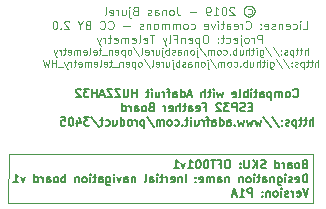
<source format=gbr>
G04 #@! TF.GenerationSoftware,KiCad,Pcbnew,(5.1.4)-1*
G04 #@! TF.CreationDate,2019-11-17T19:28:04+01:00*
G04 #@! TF.ProjectId,Open_Telemetry_digitalSensorShield,4f70656e-5f54-4656-9c65-6d657472795f,P1A - Prototype manuf.*
G04 #@! TF.SameCoordinates,Original*
G04 #@! TF.FileFunction,Legend,Bot*
G04 #@! TF.FilePolarity,Positive*
%FSLAX46Y46*%
G04 Gerber Fmt 4.6, Leading zero omitted, Abs format (unit mm)*
G04 Created by KiCad (PCBNEW (5.1.4)-1) date 2019-11-17 19:28:04*
%MOMM*%
%LPD*%
G04 APERTURE LIST*
%ADD10C,0.120000*%
%ADD11C,0.150000*%
%ADD12C,0.100000*%
%ADD13C,0.125000*%
G04 APERTURE END LIST*
D10*
X215181180Y-151734520D02*
X220400880Y-151734520D01*
X215181180Y-151726900D02*
X215181180Y-151734520D01*
X215198960Y-147551140D02*
X215181180Y-151726900D01*
X220322140Y-147551140D02*
X215198960Y-147551140D01*
D11*
X239285133Y-142687000D02*
X239318466Y-142720333D01*
X239418466Y-142753666D01*
X239485133Y-142753666D01*
X239585133Y-142720333D01*
X239651800Y-142653666D01*
X239685133Y-142587000D01*
X239718466Y-142453666D01*
X239718466Y-142353666D01*
X239685133Y-142220333D01*
X239651800Y-142153666D01*
X239585133Y-142087000D01*
X239485133Y-142053666D01*
X239418466Y-142053666D01*
X239318466Y-142087000D01*
X239285133Y-142120333D01*
X238885133Y-142753666D02*
X238951800Y-142720333D01*
X238985133Y-142687000D01*
X239018466Y-142620333D01*
X239018466Y-142420333D01*
X238985133Y-142353666D01*
X238951800Y-142320333D01*
X238885133Y-142287000D01*
X238785133Y-142287000D01*
X238718466Y-142320333D01*
X238685133Y-142353666D01*
X238651800Y-142420333D01*
X238651800Y-142620333D01*
X238685133Y-142687000D01*
X238718466Y-142720333D01*
X238785133Y-142753666D01*
X238885133Y-142753666D01*
X238351800Y-142753666D02*
X238351800Y-142287000D01*
X238351800Y-142353666D02*
X238318466Y-142320333D01*
X238251800Y-142287000D01*
X238151800Y-142287000D01*
X238085133Y-142320333D01*
X238051800Y-142387000D01*
X238051800Y-142753666D01*
X238051800Y-142387000D02*
X238018466Y-142320333D01*
X237951800Y-142287000D01*
X237851800Y-142287000D01*
X237785133Y-142320333D01*
X237751800Y-142387000D01*
X237751800Y-142753666D01*
X237418466Y-142287000D02*
X237418466Y-142987000D01*
X237418466Y-142320333D02*
X237351800Y-142287000D01*
X237218466Y-142287000D01*
X237151800Y-142320333D01*
X237118466Y-142353666D01*
X237085133Y-142420333D01*
X237085133Y-142620333D01*
X237118466Y-142687000D01*
X237151800Y-142720333D01*
X237218466Y-142753666D01*
X237351800Y-142753666D01*
X237418466Y-142720333D01*
X236485133Y-142753666D02*
X236485133Y-142387000D01*
X236518466Y-142320333D01*
X236585133Y-142287000D01*
X236718466Y-142287000D01*
X236785133Y-142320333D01*
X236485133Y-142720333D02*
X236551800Y-142753666D01*
X236718466Y-142753666D01*
X236785133Y-142720333D01*
X236818466Y-142653666D01*
X236818466Y-142587000D01*
X236785133Y-142520333D01*
X236718466Y-142487000D01*
X236551800Y-142487000D01*
X236485133Y-142453666D01*
X236251800Y-142287000D02*
X235985133Y-142287000D01*
X236151800Y-142053666D02*
X236151800Y-142653666D01*
X236118466Y-142720333D01*
X236051800Y-142753666D01*
X235985133Y-142753666D01*
X235751800Y-142753666D02*
X235751800Y-142287000D01*
X235751800Y-142053666D02*
X235785133Y-142087000D01*
X235751800Y-142120333D01*
X235718466Y-142087000D01*
X235751800Y-142053666D01*
X235751800Y-142120333D01*
X235418466Y-142753666D02*
X235418466Y-142053666D01*
X235418466Y-142320333D02*
X235351800Y-142287000D01*
X235218466Y-142287000D01*
X235151800Y-142320333D01*
X235118466Y-142353666D01*
X235085133Y-142420333D01*
X235085133Y-142620333D01*
X235118466Y-142687000D01*
X235151800Y-142720333D01*
X235218466Y-142753666D01*
X235351800Y-142753666D01*
X235418466Y-142720333D01*
X234685133Y-142753666D02*
X234751800Y-142720333D01*
X234785133Y-142653666D01*
X234785133Y-142053666D01*
X234151800Y-142720333D02*
X234218466Y-142753666D01*
X234351800Y-142753666D01*
X234418466Y-142720333D01*
X234451800Y-142653666D01*
X234451800Y-142387000D01*
X234418466Y-142320333D01*
X234351800Y-142287000D01*
X234218466Y-142287000D01*
X234151800Y-142320333D01*
X234118466Y-142387000D01*
X234118466Y-142453666D01*
X234451800Y-142520333D01*
X233351800Y-142287000D02*
X233218466Y-142753666D01*
X233085133Y-142420333D01*
X232951800Y-142753666D01*
X232818466Y-142287000D01*
X232551800Y-142753666D02*
X232551800Y-142287000D01*
X232551800Y-142053666D02*
X232585133Y-142087000D01*
X232551800Y-142120333D01*
X232518466Y-142087000D01*
X232551800Y-142053666D01*
X232551800Y-142120333D01*
X232318466Y-142287000D02*
X232051800Y-142287000D01*
X232218466Y-142053666D02*
X232218466Y-142653666D01*
X232185133Y-142720333D01*
X232118466Y-142753666D01*
X232051800Y-142753666D01*
X231818466Y-142753666D02*
X231818466Y-142053666D01*
X231518466Y-142753666D02*
X231518466Y-142387000D01*
X231551800Y-142320333D01*
X231618466Y-142287000D01*
X231718466Y-142287000D01*
X231785133Y-142320333D01*
X231818466Y-142353666D01*
X230685133Y-142553666D02*
X230351800Y-142553666D01*
X230751800Y-142753666D02*
X230518466Y-142053666D01*
X230285133Y-142753666D01*
X229751800Y-142753666D02*
X229751800Y-142053666D01*
X229751800Y-142720333D02*
X229818466Y-142753666D01*
X229951800Y-142753666D01*
X230018466Y-142720333D01*
X230051800Y-142687000D01*
X230085133Y-142620333D01*
X230085133Y-142420333D01*
X230051800Y-142353666D01*
X230018466Y-142320333D01*
X229951800Y-142287000D01*
X229818466Y-142287000D01*
X229751800Y-142320333D01*
X229118466Y-142753666D02*
X229118466Y-142387000D01*
X229151800Y-142320333D01*
X229218466Y-142287000D01*
X229351800Y-142287000D01*
X229418466Y-142320333D01*
X229118466Y-142720333D02*
X229185133Y-142753666D01*
X229351800Y-142753666D01*
X229418466Y-142720333D01*
X229451800Y-142653666D01*
X229451800Y-142587000D01*
X229418466Y-142520333D01*
X229351800Y-142487000D01*
X229185133Y-142487000D01*
X229118466Y-142453666D01*
X228885133Y-142287000D02*
X228618466Y-142287000D01*
X228785133Y-142753666D02*
X228785133Y-142153666D01*
X228751800Y-142087000D01*
X228685133Y-142053666D01*
X228618466Y-142053666D01*
X228385133Y-142753666D02*
X228385133Y-142287000D01*
X228385133Y-142420333D02*
X228351800Y-142353666D01*
X228318466Y-142320333D01*
X228251800Y-142287000D01*
X228185133Y-142287000D01*
X227651800Y-142287000D02*
X227651800Y-142753666D01*
X227951800Y-142287000D02*
X227951800Y-142653666D01*
X227918466Y-142720333D01*
X227851800Y-142753666D01*
X227751800Y-142753666D01*
X227685133Y-142720333D01*
X227651800Y-142687000D01*
X227318466Y-142753666D02*
X227318466Y-142287000D01*
X227318466Y-142053666D02*
X227351800Y-142087000D01*
X227318466Y-142120333D01*
X227285133Y-142087000D01*
X227318466Y-142053666D01*
X227318466Y-142120333D01*
X227085133Y-142287000D02*
X226818466Y-142287000D01*
X226985133Y-142053666D02*
X226985133Y-142653666D01*
X226951800Y-142720333D01*
X226885133Y-142753666D01*
X226818466Y-142753666D01*
X226051800Y-142753666D02*
X226051800Y-142053666D01*
X226051800Y-142387000D02*
X225651800Y-142387000D01*
X225651800Y-142753666D02*
X225651800Y-142053666D01*
X225318466Y-142053666D02*
X225318466Y-142620333D01*
X225285133Y-142687000D01*
X225251800Y-142720333D01*
X225185133Y-142753666D01*
X225051800Y-142753666D01*
X224985133Y-142720333D01*
X224951800Y-142687000D01*
X224918466Y-142620333D01*
X224918466Y-142053666D01*
X224651800Y-142053666D02*
X224185133Y-142053666D01*
X224651800Y-142753666D01*
X224185133Y-142753666D01*
X223985133Y-142053666D02*
X223518466Y-142053666D01*
X223985133Y-142753666D01*
X223518466Y-142753666D01*
X223285133Y-142553666D02*
X222951800Y-142553666D01*
X223351800Y-142753666D02*
X223118466Y-142053666D01*
X222885133Y-142753666D01*
X222651800Y-142753666D02*
X222651800Y-142053666D01*
X222651800Y-142387000D02*
X222251800Y-142387000D01*
X222251800Y-142753666D02*
X222251800Y-142053666D01*
X221985133Y-142053666D02*
X221551800Y-142053666D01*
X221785133Y-142320333D01*
X221685133Y-142320333D01*
X221618466Y-142353666D01*
X221585133Y-142387000D01*
X221551800Y-142453666D01*
X221551800Y-142620333D01*
X221585133Y-142687000D01*
X221618466Y-142720333D01*
X221685133Y-142753666D01*
X221885133Y-142753666D01*
X221951800Y-142720333D01*
X221985133Y-142687000D01*
X221285133Y-142120333D02*
X221251800Y-142087000D01*
X221185133Y-142053666D01*
X221018466Y-142053666D01*
X220951800Y-142087000D01*
X220918466Y-142120333D01*
X220885133Y-142187000D01*
X220885133Y-142253666D01*
X220918466Y-142353666D01*
X221318466Y-142753666D01*
X220885133Y-142753666D01*
X235801800Y-143587000D02*
X235568466Y-143587000D01*
X235468466Y-143953666D02*
X235801800Y-143953666D01*
X235801800Y-143253666D01*
X235468466Y-143253666D01*
X235201800Y-143920333D02*
X235101800Y-143953666D01*
X234935133Y-143953666D01*
X234868466Y-143920333D01*
X234835133Y-143887000D01*
X234801800Y-143820333D01*
X234801800Y-143753666D01*
X234835133Y-143687000D01*
X234868466Y-143653666D01*
X234935133Y-143620333D01*
X235068466Y-143587000D01*
X235135133Y-143553666D01*
X235168466Y-143520333D01*
X235201800Y-143453666D01*
X235201800Y-143387000D01*
X235168466Y-143320333D01*
X235135133Y-143287000D01*
X235068466Y-143253666D01*
X234901800Y-143253666D01*
X234801800Y-143287000D01*
X234501800Y-143953666D02*
X234501800Y-143253666D01*
X234235133Y-143253666D01*
X234168466Y-143287000D01*
X234135133Y-143320333D01*
X234101800Y-143387000D01*
X234101800Y-143487000D01*
X234135133Y-143553666D01*
X234168466Y-143587000D01*
X234235133Y-143620333D01*
X234501800Y-143620333D01*
X233868466Y-143253666D02*
X233435133Y-143253666D01*
X233668466Y-143520333D01*
X233568466Y-143520333D01*
X233501800Y-143553666D01*
X233468466Y-143587000D01*
X233435133Y-143653666D01*
X233435133Y-143820333D01*
X233468466Y-143887000D01*
X233501800Y-143920333D01*
X233568466Y-143953666D01*
X233768466Y-143953666D01*
X233835133Y-143920333D01*
X233868466Y-143887000D01*
X233168466Y-143320333D02*
X233135133Y-143287000D01*
X233068466Y-143253666D01*
X232901800Y-143253666D01*
X232835133Y-143287000D01*
X232801800Y-143320333D01*
X232768466Y-143387000D01*
X232768466Y-143453666D01*
X232801800Y-143553666D01*
X233201800Y-143953666D01*
X232768466Y-143953666D01*
X231701800Y-143587000D02*
X231935133Y-143587000D01*
X231935133Y-143953666D02*
X231935133Y-143253666D01*
X231601800Y-143253666D01*
X231068466Y-143920333D02*
X231135133Y-143953666D01*
X231268466Y-143953666D01*
X231335133Y-143920333D01*
X231368466Y-143853666D01*
X231368466Y-143587000D01*
X231335133Y-143520333D01*
X231268466Y-143487000D01*
X231135133Y-143487000D01*
X231068466Y-143520333D01*
X231035133Y-143587000D01*
X231035133Y-143653666D01*
X231368466Y-143720333D01*
X230435133Y-143953666D02*
X230435133Y-143587000D01*
X230468466Y-143520333D01*
X230535133Y-143487000D01*
X230668466Y-143487000D01*
X230735133Y-143520333D01*
X230435133Y-143920333D02*
X230501800Y-143953666D01*
X230668466Y-143953666D01*
X230735133Y-143920333D01*
X230768466Y-143853666D01*
X230768466Y-143787000D01*
X230735133Y-143720333D01*
X230668466Y-143687000D01*
X230501800Y-143687000D01*
X230435133Y-143653666D01*
X230201800Y-143487000D02*
X229935133Y-143487000D01*
X230101800Y-143253666D02*
X230101800Y-143853666D01*
X230068466Y-143920333D01*
X230001800Y-143953666D01*
X229935133Y-143953666D01*
X229701800Y-143953666D02*
X229701800Y-143253666D01*
X229401800Y-143953666D02*
X229401800Y-143587000D01*
X229435133Y-143520333D01*
X229501800Y-143487000D01*
X229601800Y-143487000D01*
X229668466Y-143520333D01*
X229701800Y-143553666D01*
X228801800Y-143920333D02*
X228868466Y-143953666D01*
X229001800Y-143953666D01*
X229068466Y-143920333D01*
X229101800Y-143853666D01*
X229101800Y-143587000D01*
X229068466Y-143520333D01*
X229001800Y-143487000D01*
X228868466Y-143487000D01*
X228801800Y-143520333D01*
X228768466Y-143587000D01*
X228768466Y-143653666D01*
X229101800Y-143720333D01*
X228468466Y-143953666D02*
X228468466Y-143487000D01*
X228468466Y-143620333D02*
X228435133Y-143553666D01*
X228401800Y-143520333D01*
X228335133Y-143487000D01*
X228268466Y-143487000D01*
X227268466Y-143587000D02*
X227168466Y-143620333D01*
X227135133Y-143653666D01*
X227101800Y-143720333D01*
X227101800Y-143820333D01*
X227135133Y-143887000D01*
X227168466Y-143920333D01*
X227235133Y-143953666D01*
X227501800Y-143953666D01*
X227501800Y-143253666D01*
X227268466Y-143253666D01*
X227201800Y-143287000D01*
X227168466Y-143320333D01*
X227135133Y-143387000D01*
X227135133Y-143453666D01*
X227168466Y-143520333D01*
X227201800Y-143553666D01*
X227268466Y-143587000D01*
X227501800Y-143587000D01*
X226701800Y-143953666D02*
X226768466Y-143920333D01*
X226801800Y-143887000D01*
X226835133Y-143820333D01*
X226835133Y-143620333D01*
X226801800Y-143553666D01*
X226768466Y-143520333D01*
X226701800Y-143487000D01*
X226601800Y-143487000D01*
X226535133Y-143520333D01*
X226501800Y-143553666D01*
X226468466Y-143620333D01*
X226468466Y-143820333D01*
X226501800Y-143887000D01*
X226535133Y-143920333D01*
X226601800Y-143953666D01*
X226701800Y-143953666D01*
X225868466Y-143953666D02*
X225868466Y-143587000D01*
X225901800Y-143520333D01*
X225968466Y-143487000D01*
X226101800Y-143487000D01*
X226168466Y-143520333D01*
X225868466Y-143920333D02*
X225935133Y-143953666D01*
X226101800Y-143953666D01*
X226168466Y-143920333D01*
X226201800Y-143853666D01*
X226201800Y-143787000D01*
X226168466Y-143720333D01*
X226101800Y-143687000D01*
X225935133Y-143687000D01*
X225868466Y-143653666D01*
X225535133Y-143953666D02*
X225535133Y-143487000D01*
X225535133Y-143620333D02*
X225501800Y-143553666D01*
X225468466Y-143520333D01*
X225401800Y-143487000D01*
X225335133Y-143487000D01*
X224801800Y-143953666D02*
X224801800Y-143253666D01*
X224801800Y-143920333D02*
X224868466Y-143953666D01*
X225001800Y-143953666D01*
X225068466Y-143920333D01*
X225101800Y-143887000D01*
X225135133Y-143820333D01*
X225135133Y-143620333D01*
X225101800Y-143553666D01*
X225068466Y-143520333D01*
X225001800Y-143487000D01*
X224868466Y-143487000D01*
X224801800Y-143520333D01*
X240968466Y-145153666D02*
X240968466Y-144453666D01*
X240668466Y-145153666D02*
X240668466Y-144787000D01*
X240701800Y-144720333D01*
X240768466Y-144687000D01*
X240868466Y-144687000D01*
X240935133Y-144720333D01*
X240968466Y-144753666D01*
X240435133Y-144687000D02*
X240168466Y-144687000D01*
X240335133Y-144453666D02*
X240335133Y-145053666D01*
X240301800Y-145120333D01*
X240235133Y-145153666D01*
X240168466Y-145153666D01*
X240035133Y-144687000D02*
X239768466Y-144687000D01*
X239935133Y-144453666D02*
X239935133Y-145053666D01*
X239901800Y-145120333D01*
X239835133Y-145153666D01*
X239768466Y-145153666D01*
X239535133Y-144687000D02*
X239535133Y-145387000D01*
X239535133Y-144720333D02*
X239468466Y-144687000D01*
X239335133Y-144687000D01*
X239268466Y-144720333D01*
X239235133Y-144753666D01*
X239201800Y-144820333D01*
X239201800Y-145020333D01*
X239235133Y-145087000D01*
X239268466Y-145120333D01*
X239335133Y-145153666D01*
X239468466Y-145153666D01*
X239535133Y-145120333D01*
X238935133Y-145120333D02*
X238868466Y-145153666D01*
X238735133Y-145153666D01*
X238668466Y-145120333D01*
X238635133Y-145053666D01*
X238635133Y-145020333D01*
X238668466Y-144953666D01*
X238735133Y-144920333D01*
X238835133Y-144920333D01*
X238901800Y-144887000D01*
X238935133Y-144820333D01*
X238935133Y-144787000D01*
X238901800Y-144720333D01*
X238835133Y-144687000D01*
X238735133Y-144687000D01*
X238668466Y-144720333D01*
X238335133Y-145087000D02*
X238301800Y-145120333D01*
X238335133Y-145153666D01*
X238368466Y-145120333D01*
X238335133Y-145087000D01*
X238335133Y-145153666D01*
X238335133Y-144720333D02*
X238301800Y-144753666D01*
X238335133Y-144787000D01*
X238368466Y-144753666D01*
X238335133Y-144720333D01*
X238335133Y-144787000D01*
X237501800Y-144420333D02*
X238101800Y-145320333D01*
X236768466Y-144420333D02*
X237368466Y-145320333D01*
X236601800Y-144687000D02*
X236468466Y-145153666D01*
X236335133Y-144820333D01*
X236201800Y-145153666D01*
X236068466Y-144687000D01*
X235868466Y-144687000D02*
X235735133Y-145153666D01*
X235601800Y-144820333D01*
X235468466Y-145153666D01*
X235335133Y-144687000D01*
X235135133Y-144687000D02*
X235001800Y-145153666D01*
X234868466Y-144820333D01*
X234735133Y-145153666D01*
X234601800Y-144687000D01*
X234335133Y-145087000D02*
X234301800Y-145120333D01*
X234335133Y-145153666D01*
X234368466Y-145120333D01*
X234335133Y-145087000D01*
X234335133Y-145153666D01*
X233701800Y-145153666D02*
X233701800Y-144787000D01*
X233735133Y-144720333D01*
X233801800Y-144687000D01*
X233935133Y-144687000D01*
X234001800Y-144720333D01*
X233701800Y-145120333D02*
X233768466Y-145153666D01*
X233935133Y-145153666D01*
X234001800Y-145120333D01*
X234035133Y-145053666D01*
X234035133Y-144987000D01*
X234001800Y-144920333D01*
X233935133Y-144887000D01*
X233768466Y-144887000D01*
X233701800Y-144853666D01*
X233068466Y-145153666D02*
X233068466Y-144453666D01*
X233068466Y-145120333D02*
X233135133Y-145153666D01*
X233268466Y-145153666D01*
X233335133Y-145120333D01*
X233368466Y-145087000D01*
X233401800Y-145020333D01*
X233401800Y-144820333D01*
X233368466Y-144753666D01*
X233335133Y-144720333D01*
X233268466Y-144687000D01*
X233135133Y-144687000D01*
X233068466Y-144720333D01*
X232435133Y-145153666D02*
X232435133Y-144787000D01*
X232468466Y-144720333D01*
X232535133Y-144687000D01*
X232668466Y-144687000D01*
X232735133Y-144720333D01*
X232435133Y-145120333D02*
X232501800Y-145153666D01*
X232668466Y-145153666D01*
X232735133Y-145120333D01*
X232768466Y-145053666D01*
X232768466Y-144987000D01*
X232735133Y-144920333D01*
X232668466Y-144887000D01*
X232501800Y-144887000D01*
X232435133Y-144853666D01*
X232201800Y-144687000D02*
X231935133Y-144687000D01*
X232101800Y-145153666D02*
X232101800Y-144553666D01*
X232068466Y-144487000D01*
X232001800Y-144453666D01*
X231935133Y-144453666D01*
X231701800Y-145153666D02*
X231701800Y-144687000D01*
X231701800Y-144820333D02*
X231668466Y-144753666D01*
X231635133Y-144720333D01*
X231568466Y-144687000D01*
X231501800Y-144687000D01*
X230968466Y-144687000D02*
X230968466Y-145153666D01*
X231268466Y-144687000D02*
X231268466Y-145053666D01*
X231235133Y-145120333D01*
X231168466Y-145153666D01*
X231068466Y-145153666D01*
X231001800Y-145120333D01*
X230968466Y-145087000D01*
X230635133Y-145153666D02*
X230635133Y-144687000D01*
X230635133Y-144453666D02*
X230668466Y-144487000D01*
X230635133Y-144520333D01*
X230601800Y-144487000D01*
X230635133Y-144453666D01*
X230635133Y-144520333D01*
X230401800Y-144687000D02*
X230135133Y-144687000D01*
X230301800Y-144453666D02*
X230301800Y-145053666D01*
X230268466Y-145120333D01*
X230201800Y-145153666D01*
X230135133Y-145153666D01*
X229901800Y-145087000D02*
X229868466Y-145120333D01*
X229901800Y-145153666D01*
X229935133Y-145120333D01*
X229901800Y-145087000D01*
X229901800Y-145153666D01*
X229268466Y-145120333D02*
X229335133Y-145153666D01*
X229468466Y-145153666D01*
X229535133Y-145120333D01*
X229568466Y-145087000D01*
X229601800Y-145020333D01*
X229601800Y-144820333D01*
X229568466Y-144753666D01*
X229535133Y-144720333D01*
X229468466Y-144687000D01*
X229335133Y-144687000D01*
X229268466Y-144720333D01*
X228868466Y-145153666D02*
X228935133Y-145120333D01*
X228968466Y-145087000D01*
X229001800Y-145020333D01*
X229001800Y-144820333D01*
X228968466Y-144753666D01*
X228935133Y-144720333D01*
X228868466Y-144687000D01*
X228768466Y-144687000D01*
X228701800Y-144720333D01*
X228668466Y-144753666D01*
X228635133Y-144820333D01*
X228635133Y-145020333D01*
X228668466Y-145087000D01*
X228701800Y-145120333D01*
X228768466Y-145153666D01*
X228868466Y-145153666D01*
X228335133Y-145153666D02*
X228335133Y-144687000D01*
X228335133Y-144753666D02*
X228301800Y-144720333D01*
X228235133Y-144687000D01*
X228135133Y-144687000D01*
X228068466Y-144720333D01*
X228035133Y-144787000D01*
X228035133Y-145153666D01*
X228035133Y-144787000D02*
X228001800Y-144720333D01*
X227935133Y-144687000D01*
X227835133Y-144687000D01*
X227768466Y-144720333D01*
X227735133Y-144787000D01*
X227735133Y-145153666D01*
X226901800Y-144420333D02*
X227501800Y-145320333D01*
X226668466Y-144687000D02*
X226668466Y-145387000D01*
X226668466Y-144720333D02*
X226601800Y-144687000D01*
X226468466Y-144687000D01*
X226401800Y-144720333D01*
X226368466Y-144753666D01*
X226335133Y-144820333D01*
X226335133Y-145020333D01*
X226368466Y-145087000D01*
X226401800Y-145120333D01*
X226468466Y-145153666D01*
X226601800Y-145153666D01*
X226668466Y-145120333D01*
X226035133Y-145153666D02*
X226035133Y-144687000D01*
X226035133Y-144820333D02*
X226001800Y-144753666D01*
X225968466Y-144720333D01*
X225901800Y-144687000D01*
X225835133Y-144687000D01*
X225501800Y-145153666D02*
X225568466Y-145120333D01*
X225601800Y-145087000D01*
X225635133Y-145020333D01*
X225635133Y-144820333D01*
X225601800Y-144753666D01*
X225568466Y-144720333D01*
X225501800Y-144687000D01*
X225401800Y-144687000D01*
X225335133Y-144720333D01*
X225301800Y-144753666D01*
X225268466Y-144820333D01*
X225268466Y-145020333D01*
X225301800Y-145087000D01*
X225335133Y-145120333D01*
X225401800Y-145153666D01*
X225501800Y-145153666D01*
X224668466Y-145153666D02*
X224668466Y-144453666D01*
X224668466Y-145120333D02*
X224735133Y-145153666D01*
X224868466Y-145153666D01*
X224935133Y-145120333D01*
X224968466Y-145087000D01*
X225001800Y-145020333D01*
X225001800Y-144820333D01*
X224968466Y-144753666D01*
X224935133Y-144720333D01*
X224868466Y-144687000D01*
X224735133Y-144687000D01*
X224668466Y-144720333D01*
X224035133Y-144687000D02*
X224035133Y-145153666D01*
X224335133Y-144687000D02*
X224335133Y-145053666D01*
X224301800Y-145120333D01*
X224235133Y-145153666D01*
X224135133Y-145153666D01*
X224068466Y-145120333D01*
X224035133Y-145087000D01*
X223401800Y-145120333D02*
X223468466Y-145153666D01*
X223601800Y-145153666D01*
X223668466Y-145120333D01*
X223701800Y-145087000D01*
X223735133Y-145020333D01*
X223735133Y-144820333D01*
X223701800Y-144753666D01*
X223668466Y-144720333D01*
X223601800Y-144687000D01*
X223468466Y-144687000D01*
X223401800Y-144720333D01*
X223201800Y-144687000D02*
X222935133Y-144687000D01*
X223101800Y-144453666D02*
X223101800Y-145053666D01*
X223068466Y-145120333D01*
X223001800Y-145153666D01*
X222935133Y-145153666D01*
X222201800Y-144420333D02*
X222801800Y-145320333D01*
X222035133Y-144453666D02*
X221601800Y-144453666D01*
X221835133Y-144720333D01*
X221735133Y-144720333D01*
X221668466Y-144753666D01*
X221635133Y-144787000D01*
X221601800Y-144853666D01*
X221601800Y-145020333D01*
X221635133Y-145087000D01*
X221668466Y-145120333D01*
X221735133Y-145153666D01*
X221935133Y-145153666D01*
X222001800Y-145120333D01*
X222035133Y-145087000D01*
X221001800Y-144687000D02*
X221001800Y-145153666D01*
X221168466Y-144420333D02*
X221335133Y-144920333D01*
X220901800Y-144920333D01*
X220501800Y-144453666D02*
X220435133Y-144453666D01*
X220368466Y-144487000D01*
X220335133Y-144520333D01*
X220301800Y-144587000D01*
X220268466Y-144720333D01*
X220268466Y-144887000D01*
X220301800Y-145020333D01*
X220335133Y-145087000D01*
X220368466Y-145120333D01*
X220435133Y-145153666D01*
X220501800Y-145153666D01*
X220568466Y-145120333D01*
X220601800Y-145087000D01*
X220635133Y-145020333D01*
X220668466Y-144887000D01*
X220668466Y-144720333D01*
X220635133Y-144587000D01*
X220601800Y-144520333D01*
X220568466Y-144487000D01*
X220501800Y-144453666D01*
X219635133Y-144453666D02*
X219968466Y-144453666D01*
X220001800Y-144787000D01*
X219968466Y-144753666D01*
X219901800Y-144720333D01*
X219735133Y-144720333D01*
X219668466Y-144753666D01*
X219635133Y-144787000D01*
X219601800Y-144853666D01*
X219601800Y-145020333D01*
X219635133Y-145087000D01*
X219668466Y-145120333D01*
X219735133Y-145153666D01*
X219901800Y-145153666D01*
X219968466Y-145120333D01*
X220001800Y-145087000D01*
D12*
X240522371Y-139166628D02*
X240522371Y-138566628D01*
X240265228Y-139166628D02*
X240265228Y-138852342D01*
X240293800Y-138795200D01*
X240350942Y-138766628D01*
X240436657Y-138766628D01*
X240493800Y-138795200D01*
X240522371Y-138823771D01*
X240065228Y-138766628D02*
X239836657Y-138766628D01*
X239979514Y-138566628D02*
X239979514Y-139080914D01*
X239950942Y-139138057D01*
X239893800Y-139166628D01*
X239836657Y-139166628D01*
X239722371Y-138766628D02*
X239493800Y-138766628D01*
X239636657Y-138566628D02*
X239636657Y-139080914D01*
X239608085Y-139138057D01*
X239550942Y-139166628D01*
X239493800Y-139166628D01*
X239293800Y-138766628D02*
X239293800Y-139366628D01*
X239293800Y-138795200D02*
X239236657Y-138766628D01*
X239122371Y-138766628D01*
X239065228Y-138795200D01*
X239036657Y-138823771D01*
X239008085Y-138880914D01*
X239008085Y-139052342D01*
X239036657Y-139109485D01*
X239065228Y-139138057D01*
X239122371Y-139166628D01*
X239236657Y-139166628D01*
X239293800Y-139138057D01*
X238779514Y-139138057D02*
X238722371Y-139166628D01*
X238608085Y-139166628D01*
X238550942Y-139138057D01*
X238522371Y-139080914D01*
X238522371Y-139052342D01*
X238550942Y-138995200D01*
X238608085Y-138966628D01*
X238693800Y-138966628D01*
X238750942Y-138938057D01*
X238779514Y-138880914D01*
X238779514Y-138852342D01*
X238750942Y-138795200D01*
X238693800Y-138766628D01*
X238608085Y-138766628D01*
X238550942Y-138795200D01*
X238265228Y-139109485D02*
X238236657Y-139138057D01*
X238265228Y-139166628D01*
X238293800Y-139138057D01*
X238265228Y-139109485D01*
X238265228Y-139166628D01*
X238265228Y-138795200D02*
X238236657Y-138823771D01*
X238265228Y-138852342D01*
X238293800Y-138823771D01*
X238265228Y-138795200D01*
X238265228Y-138852342D01*
X237550942Y-138538057D02*
X238065228Y-139309485D01*
X236922371Y-138538057D02*
X237436657Y-139309485D01*
X236465228Y-138766628D02*
X236465228Y-139252342D01*
X236493800Y-139309485D01*
X236522371Y-139338057D01*
X236579514Y-139366628D01*
X236665228Y-139366628D01*
X236722371Y-139338057D01*
X236465228Y-139138057D02*
X236522371Y-139166628D01*
X236636657Y-139166628D01*
X236693800Y-139138057D01*
X236722371Y-139109485D01*
X236750942Y-139052342D01*
X236750942Y-138880914D01*
X236722371Y-138823771D01*
X236693800Y-138795200D01*
X236636657Y-138766628D01*
X236522371Y-138766628D01*
X236465228Y-138795200D01*
X236179514Y-139166628D02*
X236179514Y-138766628D01*
X236179514Y-138566628D02*
X236208085Y-138595200D01*
X236179514Y-138623771D01*
X236150942Y-138595200D01*
X236179514Y-138566628D01*
X236179514Y-138623771D01*
X235979514Y-138766628D02*
X235750942Y-138766628D01*
X235893800Y-138566628D02*
X235893800Y-139080914D01*
X235865228Y-139138057D01*
X235808085Y-139166628D01*
X235750942Y-139166628D01*
X235550942Y-139166628D02*
X235550942Y-138566628D01*
X235293800Y-139166628D02*
X235293800Y-138852342D01*
X235322371Y-138795200D01*
X235379514Y-138766628D01*
X235465228Y-138766628D01*
X235522371Y-138795200D01*
X235550942Y-138823771D01*
X234750942Y-138766628D02*
X234750942Y-139166628D01*
X235008085Y-138766628D02*
X235008085Y-139080914D01*
X234979514Y-139138057D01*
X234922371Y-139166628D01*
X234836657Y-139166628D01*
X234779514Y-139138057D01*
X234750942Y-139109485D01*
X234465228Y-139166628D02*
X234465228Y-138566628D01*
X234465228Y-138795200D02*
X234408085Y-138766628D01*
X234293800Y-138766628D01*
X234236657Y-138795200D01*
X234208085Y-138823771D01*
X234179514Y-138880914D01*
X234179514Y-139052342D01*
X234208085Y-139109485D01*
X234236657Y-139138057D01*
X234293800Y-139166628D01*
X234408085Y-139166628D01*
X234465228Y-139138057D01*
X233922371Y-139109485D02*
X233893800Y-139138057D01*
X233922371Y-139166628D01*
X233950942Y-139138057D01*
X233922371Y-139109485D01*
X233922371Y-139166628D01*
X233379514Y-139138057D02*
X233436657Y-139166628D01*
X233550942Y-139166628D01*
X233608085Y-139138057D01*
X233636657Y-139109485D01*
X233665228Y-139052342D01*
X233665228Y-138880914D01*
X233636657Y-138823771D01*
X233608085Y-138795200D01*
X233550942Y-138766628D01*
X233436657Y-138766628D01*
X233379514Y-138795200D01*
X233036657Y-139166628D02*
X233093800Y-139138057D01*
X233122371Y-139109485D01*
X233150942Y-139052342D01*
X233150942Y-138880914D01*
X233122371Y-138823771D01*
X233093800Y-138795200D01*
X233036657Y-138766628D01*
X232950942Y-138766628D01*
X232893800Y-138795200D01*
X232865228Y-138823771D01*
X232836657Y-138880914D01*
X232836657Y-139052342D01*
X232865228Y-139109485D01*
X232893800Y-139138057D01*
X232950942Y-139166628D01*
X233036657Y-139166628D01*
X232579514Y-139166628D02*
X232579514Y-138766628D01*
X232579514Y-138823771D02*
X232550942Y-138795200D01*
X232493800Y-138766628D01*
X232408085Y-138766628D01*
X232350942Y-138795200D01*
X232322371Y-138852342D01*
X232322371Y-139166628D01*
X232322371Y-138852342D02*
X232293800Y-138795200D01*
X232236657Y-138766628D01*
X232150942Y-138766628D01*
X232093800Y-138795200D01*
X232065228Y-138852342D01*
X232065228Y-139166628D01*
X231350942Y-138538057D02*
X231865228Y-139309485D01*
X231150942Y-138766628D02*
X231150942Y-139280914D01*
X231179514Y-139338057D01*
X231236657Y-139366628D01*
X231265228Y-139366628D01*
X231150942Y-138566628D02*
X231179514Y-138595200D01*
X231150942Y-138623771D01*
X231122371Y-138595200D01*
X231150942Y-138566628D01*
X231150942Y-138623771D01*
X230779514Y-139166628D02*
X230836657Y-139138057D01*
X230865228Y-139109485D01*
X230893800Y-139052342D01*
X230893800Y-138880914D01*
X230865228Y-138823771D01*
X230836657Y-138795200D01*
X230779514Y-138766628D01*
X230693800Y-138766628D01*
X230636657Y-138795200D01*
X230608085Y-138823771D01*
X230579514Y-138880914D01*
X230579514Y-139052342D01*
X230608085Y-139109485D01*
X230636657Y-139138057D01*
X230693800Y-139166628D01*
X230779514Y-139166628D01*
X230322371Y-138766628D02*
X230322371Y-139166628D01*
X230322371Y-138823771D02*
X230293800Y-138795200D01*
X230236657Y-138766628D01*
X230150942Y-138766628D01*
X230093800Y-138795200D01*
X230065228Y-138852342D01*
X230065228Y-139166628D01*
X229522371Y-139166628D02*
X229522371Y-138852342D01*
X229550942Y-138795200D01*
X229608085Y-138766628D01*
X229722371Y-138766628D01*
X229779514Y-138795200D01*
X229522371Y-139138057D02*
X229579514Y-139166628D01*
X229722371Y-139166628D01*
X229779514Y-139138057D01*
X229808085Y-139080914D01*
X229808085Y-139023771D01*
X229779514Y-138966628D01*
X229722371Y-138938057D01*
X229579514Y-138938057D01*
X229522371Y-138909485D01*
X229265228Y-139138057D02*
X229208085Y-139166628D01*
X229093800Y-139166628D01*
X229036657Y-139138057D01*
X229008085Y-139080914D01*
X229008085Y-139052342D01*
X229036657Y-138995200D01*
X229093800Y-138966628D01*
X229179514Y-138966628D01*
X229236657Y-138938057D01*
X229265228Y-138880914D01*
X229265228Y-138852342D01*
X229236657Y-138795200D01*
X229179514Y-138766628D01*
X229093800Y-138766628D01*
X229036657Y-138795200D01*
X228750942Y-139166628D02*
X228750942Y-138566628D01*
X228750942Y-138795200D02*
X228693800Y-138766628D01*
X228579514Y-138766628D01*
X228522371Y-138795200D01*
X228493800Y-138823771D01*
X228465228Y-138880914D01*
X228465228Y-139052342D01*
X228493800Y-139109485D01*
X228522371Y-139138057D01*
X228579514Y-139166628D01*
X228693800Y-139166628D01*
X228750942Y-139138057D01*
X228208085Y-138766628D02*
X228208085Y-139280914D01*
X228236657Y-139338057D01*
X228293800Y-139366628D01*
X228322371Y-139366628D01*
X228208085Y-138566628D02*
X228236657Y-138595200D01*
X228208085Y-138623771D01*
X228179514Y-138595200D01*
X228208085Y-138566628D01*
X228208085Y-138623771D01*
X227665228Y-138766628D02*
X227665228Y-139166628D01*
X227922371Y-138766628D02*
X227922371Y-139080914D01*
X227893800Y-139138057D01*
X227836657Y-139166628D01*
X227750942Y-139166628D01*
X227693800Y-139138057D01*
X227665228Y-139109485D01*
X227379514Y-139166628D02*
X227379514Y-138766628D01*
X227379514Y-138880914D02*
X227350942Y-138823771D01*
X227322371Y-138795200D01*
X227265228Y-138766628D01*
X227208085Y-138766628D01*
X226779514Y-139138057D02*
X226836657Y-139166628D01*
X226950942Y-139166628D01*
X227008085Y-139138057D01*
X227036657Y-139080914D01*
X227036657Y-138852342D01*
X227008085Y-138795200D01*
X226950942Y-138766628D01*
X226836657Y-138766628D01*
X226779514Y-138795200D01*
X226750942Y-138852342D01*
X226750942Y-138909485D01*
X227036657Y-138966628D01*
X226408085Y-139166628D02*
X226465228Y-139138057D01*
X226493800Y-139080914D01*
X226493800Y-138566628D01*
X225750942Y-138538057D02*
X226265228Y-139309485D01*
X225465228Y-139166628D02*
X225522371Y-139138057D01*
X225550942Y-139109485D01*
X225579514Y-139052342D01*
X225579514Y-138880914D01*
X225550942Y-138823771D01*
X225522371Y-138795200D01*
X225465228Y-138766628D01*
X225379514Y-138766628D01*
X225322371Y-138795200D01*
X225293800Y-138823771D01*
X225265228Y-138880914D01*
X225265228Y-139052342D01*
X225293800Y-139109485D01*
X225322371Y-139138057D01*
X225379514Y-139166628D01*
X225465228Y-139166628D01*
X225008085Y-138766628D02*
X225008085Y-139366628D01*
X225008085Y-138795200D02*
X224950942Y-138766628D01*
X224836657Y-138766628D01*
X224779514Y-138795200D01*
X224750942Y-138823771D01*
X224722371Y-138880914D01*
X224722371Y-139052342D01*
X224750942Y-139109485D01*
X224779514Y-139138057D01*
X224836657Y-139166628D01*
X224950942Y-139166628D01*
X225008085Y-139138057D01*
X224236657Y-139138057D02*
X224293800Y-139166628D01*
X224408085Y-139166628D01*
X224465228Y-139138057D01*
X224493800Y-139080914D01*
X224493800Y-138852342D01*
X224465228Y-138795200D01*
X224408085Y-138766628D01*
X224293800Y-138766628D01*
X224236657Y-138795200D01*
X224208085Y-138852342D01*
X224208085Y-138909485D01*
X224493800Y-138966628D01*
X223950942Y-138766628D02*
X223950942Y-139166628D01*
X223950942Y-138823771D02*
X223922371Y-138795200D01*
X223865228Y-138766628D01*
X223779514Y-138766628D01*
X223722371Y-138795200D01*
X223693800Y-138852342D01*
X223693800Y-139166628D01*
X223550942Y-139223771D02*
X223093800Y-139223771D01*
X223036657Y-138766628D02*
X222808085Y-138766628D01*
X222950942Y-138566628D02*
X222950942Y-139080914D01*
X222922371Y-139138057D01*
X222865228Y-139166628D01*
X222808085Y-139166628D01*
X222379514Y-139138057D02*
X222436657Y-139166628D01*
X222550942Y-139166628D01*
X222608085Y-139138057D01*
X222636657Y-139080914D01*
X222636657Y-138852342D01*
X222608085Y-138795200D01*
X222550942Y-138766628D01*
X222436657Y-138766628D01*
X222379514Y-138795200D01*
X222350942Y-138852342D01*
X222350942Y-138909485D01*
X222636657Y-138966628D01*
X222008085Y-139166628D02*
X222065228Y-139138057D01*
X222093800Y-139080914D01*
X222093800Y-138566628D01*
X221550942Y-139138057D02*
X221608085Y-139166628D01*
X221722371Y-139166628D01*
X221779514Y-139138057D01*
X221808085Y-139080914D01*
X221808085Y-138852342D01*
X221779514Y-138795200D01*
X221722371Y-138766628D01*
X221608085Y-138766628D01*
X221550942Y-138795200D01*
X221522371Y-138852342D01*
X221522371Y-138909485D01*
X221808085Y-138966628D01*
X221265228Y-139166628D02*
X221265228Y-138766628D01*
X221265228Y-138823771D02*
X221236657Y-138795200D01*
X221179514Y-138766628D01*
X221093800Y-138766628D01*
X221036657Y-138795200D01*
X221008085Y-138852342D01*
X221008085Y-139166628D01*
X221008085Y-138852342D02*
X220979514Y-138795200D01*
X220922371Y-138766628D01*
X220836657Y-138766628D01*
X220779514Y-138795200D01*
X220750942Y-138852342D01*
X220750942Y-139166628D01*
X220236657Y-139138057D02*
X220293800Y-139166628D01*
X220408085Y-139166628D01*
X220465228Y-139138057D01*
X220493800Y-139080914D01*
X220493800Y-138852342D01*
X220465228Y-138795200D01*
X220408085Y-138766628D01*
X220293800Y-138766628D01*
X220236657Y-138795200D01*
X220208085Y-138852342D01*
X220208085Y-138909485D01*
X220493800Y-138966628D01*
X220036657Y-138766628D02*
X219808085Y-138766628D01*
X219950942Y-138566628D02*
X219950942Y-139080914D01*
X219922371Y-139138057D01*
X219865228Y-139166628D01*
X219808085Y-139166628D01*
X219608085Y-139166628D02*
X219608085Y-138766628D01*
X219608085Y-138880914D02*
X219579514Y-138823771D01*
X219550942Y-138795200D01*
X219493800Y-138766628D01*
X219436657Y-138766628D01*
X219293800Y-138766628D02*
X219150942Y-139166628D01*
X219008085Y-138766628D02*
X219150942Y-139166628D01*
X219208085Y-139309485D01*
X219236657Y-139338057D01*
X219293800Y-139366628D01*
X241408085Y-140166628D02*
X241408085Y-139566628D01*
X241150942Y-140166628D02*
X241150942Y-139852342D01*
X241179514Y-139795200D01*
X241236657Y-139766628D01*
X241322371Y-139766628D01*
X241379514Y-139795200D01*
X241408085Y-139823771D01*
X240950942Y-139766628D02*
X240722371Y-139766628D01*
X240865228Y-139566628D02*
X240865228Y-140080914D01*
X240836657Y-140138057D01*
X240779514Y-140166628D01*
X240722371Y-140166628D01*
X240608085Y-139766628D02*
X240379514Y-139766628D01*
X240522371Y-139566628D02*
X240522371Y-140080914D01*
X240493800Y-140138057D01*
X240436657Y-140166628D01*
X240379514Y-140166628D01*
X240179514Y-139766628D02*
X240179514Y-140366628D01*
X240179514Y-139795200D02*
X240122371Y-139766628D01*
X240008085Y-139766628D01*
X239950942Y-139795200D01*
X239922371Y-139823771D01*
X239893800Y-139880914D01*
X239893800Y-140052342D01*
X239922371Y-140109485D01*
X239950942Y-140138057D01*
X240008085Y-140166628D01*
X240122371Y-140166628D01*
X240179514Y-140138057D01*
X239665228Y-140138057D02*
X239608085Y-140166628D01*
X239493800Y-140166628D01*
X239436657Y-140138057D01*
X239408085Y-140080914D01*
X239408085Y-140052342D01*
X239436657Y-139995200D01*
X239493800Y-139966628D01*
X239579514Y-139966628D01*
X239636657Y-139938057D01*
X239665228Y-139880914D01*
X239665228Y-139852342D01*
X239636657Y-139795200D01*
X239579514Y-139766628D01*
X239493800Y-139766628D01*
X239436657Y-139795200D01*
X239150942Y-140109485D02*
X239122371Y-140138057D01*
X239150942Y-140166628D01*
X239179514Y-140138057D01*
X239150942Y-140109485D01*
X239150942Y-140166628D01*
X239150942Y-139795200D02*
X239122371Y-139823771D01*
X239150942Y-139852342D01*
X239179514Y-139823771D01*
X239150942Y-139795200D01*
X239150942Y-139852342D01*
X238436657Y-139538057D02*
X238950942Y-140309485D01*
X237808085Y-139538057D02*
X238322371Y-140309485D01*
X237350942Y-139766628D02*
X237350942Y-140252342D01*
X237379514Y-140309485D01*
X237408085Y-140338057D01*
X237465228Y-140366628D01*
X237550942Y-140366628D01*
X237608085Y-140338057D01*
X237350942Y-140138057D02*
X237408085Y-140166628D01*
X237522371Y-140166628D01*
X237579514Y-140138057D01*
X237608085Y-140109485D01*
X237636657Y-140052342D01*
X237636657Y-139880914D01*
X237608085Y-139823771D01*
X237579514Y-139795200D01*
X237522371Y-139766628D01*
X237408085Y-139766628D01*
X237350942Y-139795200D01*
X237065228Y-140166628D02*
X237065228Y-139766628D01*
X237065228Y-139566628D02*
X237093800Y-139595200D01*
X237065228Y-139623771D01*
X237036657Y-139595200D01*
X237065228Y-139566628D01*
X237065228Y-139623771D01*
X236865228Y-139766628D02*
X236636657Y-139766628D01*
X236779514Y-139566628D02*
X236779514Y-140080914D01*
X236750942Y-140138057D01*
X236693800Y-140166628D01*
X236636657Y-140166628D01*
X236436657Y-140166628D02*
X236436657Y-139566628D01*
X236179514Y-140166628D02*
X236179514Y-139852342D01*
X236208085Y-139795200D01*
X236265228Y-139766628D01*
X236350942Y-139766628D01*
X236408085Y-139795200D01*
X236436657Y-139823771D01*
X235636657Y-139766628D02*
X235636657Y-140166628D01*
X235893800Y-139766628D02*
X235893800Y-140080914D01*
X235865228Y-140138057D01*
X235808085Y-140166628D01*
X235722371Y-140166628D01*
X235665228Y-140138057D01*
X235636657Y-140109485D01*
X235350942Y-140166628D02*
X235350942Y-139566628D01*
X235350942Y-139795200D02*
X235293800Y-139766628D01*
X235179514Y-139766628D01*
X235122371Y-139795200D01*
X235093800Y-139823771D01*
X235065228Y-139880914D01*
X235065228Y-140052342D01*
X235093800Y-140109485D01*
X235122371Y-140138057D01*
X235179514Y-140166628D01*
X235293800Y-140166628D01*
X235350942Y-140138057D01*
X234808085Y-140109485D02*
X234779514Y-140138057D01*
X234808085Y-140166628D01*
X234836657Y-140138057D01*
X234808085Y-140109485D01*
X234808085Y-140166628D01*
X234265228Y-140138057D02*
X234322371Y-140166628D01*
X234436657Y-140166628D01*
X234493800Y-140138057D01*
X234522371Y-140109485D01*
X234550942Y-140052342D01*
X234550942Y-139880914D01*
X234522371Y-139823771D01*
X234493800Y-139795200D01*
X234436657Y-139766628D01*
X234322371Y-139766628D01*
X234265228Y-139795200D01*
X233922371Y-140166628D02*
X233979514Y-140138057D01*
X234008085Y-140109485D01*
X234036657Y-140052342D01*
X234036657Y-139880914D01*
X234008085Y-139823771D01*
X233979514Y-139795200D01*
X233922371Y-139766628D01*
X233836657Y-139766628D01*
X233779514Y-139795200D01*
X233750942Y-139823771D01*
X233722371Y-139880914D01*
X233722371Y-140052342D01*
X233750942Y-140109485D01*
X233779514Y-140138057D01*
X233836657Y-140166628D01*
X233922371Y-140166628D01*
X233465228Y-140166628D02*
X233465228Y-139766628D01*
X233465228Y-139823771D02*
X233436657Y-139795200D01*
X233379514Y-139766628D01*
X233293800Y-139766628D01*
X233236657Y-139795200D01*
X233208085Y-139852342D01*
X233208085Y-140166628D01*
X233208085Y-139852342D02*
X233179514Y-139795200D01*
X233122371Y-139766628D01*
X233036657Y-139766628D01*
X232979514Y-139795200D01*
X232950942Y-139852342D01*
X232950942Y-140166628D01*
X232236657Y-139538057D02*
X232750942Y-140309485D01*
X232036657Y-139766628D02*
X232036657Y-140280914D01*
X232065228Y-140338057D01*
X232122371Y-140366628D01*
X232150942Y-140366628D01*
X232036657Y-139566628D02*
X232065228Y-139595200D01*
X232036657Y-139623771D01*
X232008085Y-139595200D01*
X232036657Y-139566628D01*
X232036657Y-139623771D01*
X231665228Y-140166628D02*
X231722371Y-140138057D01*
X231750942Y-140109485D01*
X231779514Y-140052342D01*
X231779514Y-139880914D01*
X231750942Y-139823771D01*
X231722371Y-139795200D01*
X231665228Y-139766628D01*
X231579514Y-139766628D01*
X231522371Y-139795200D01*
X231493800Y-139823771D01*
X231465228Y-139880914D01*
X231465228Y-140052342D01*
X231493800Y-140109485D01*
X231522371Y-140138057D01*
X231579514Y-140166628D01*
X231665228Y-140166628D01*
X231208085Y-139766628D02*
X231208085Y-140166628D01*
X231208085Y-139823771D02*
X231179514Y-139795200D01*
X231122371Y-139766628D01*
X231036657Y-139766628D01*
X230979514Y-139795200D01*
X230950942Y-139852342D01*
X230950942Y-140166628D01*
X230408085Y-140166628D02*
X230408085Y-139852342D01*
X230436657Y-139795200D01*
X230493800Y-139766628D01*
X230608085Y-139766628D01*
X230665228Y-139795200D01*
X230408085Y-140138057D02*
X230465228Y-140166628D01*
X230608085Y-140166628D01*
X230665228Y-140138057D01*
X230693800Y-140080914D01*
X230693800Y-140023771D01*
X230665228Y-139966628D01*
X230608085Y-139938057D01*
X230465228Y-139938057D01*
X230408085Y-139909485D01*
X230150942Y-140138057D02*
X230093800Y-140166628D01*
X229979514Y-140166628D01*
X229922371Y-140138057D01*
X229893800Y-140080914D01*
X229893800Y-140052342D01*
X229922371Y-139995200D01*
X229979514Y-139966628D01*
X230065228Y-139966628D01*
X230122371Y-139938057D01*
X230150942Y-139880914D01*
X230150942Y-139852342D01*
X230122371Y-139795200D01*
X230065228Y-139766628D01*
X229979514Y-139766628D01*
X229922371Y-139795200D01*
X229636657Y-140166628D02*
X229636657Y-139566628D01*
X229636657Y-139795200D02*
X229579514Y-139766628D01*
X229465228Y-139766628D01*
X229408085Y-139795200D01*
X229379514Y-139823771D01*
X229350942Y-139880914D01*
X229350942Y-140052342D01*
X229379514Y-140109485D01*
X229408085Y-140138057D01*
X229465228Y-140166628D01*
X229579514Y-140166628D01*
X229636657Y-140138057D01*
X229093800Y-139766628D02*
X229093800Y-140280914D01*
X229122371Y-140338057D01*
X229179514Y-140366628D01*
X229208085Y-140366628D01*
X229093800Y-139566628D02*
X229122371Y-139595200D01*
X229093800Y-139623771D01*
X229065228Y-139595200D01*
X229093800Y-139566628D01*
X229093800Y-139623771D01*
X228550942Y-139766628D02*
X228550942Y-140166628D01*
X228808085Y-139766628D02*
X228808085Y-140080914D01*
X228779514Y-140138057D01*
X228722371Y-140166628D01*
X228636657Y-140166628D01*
X228579514Y-140138057D01*
X228550942Y-140109485D01*
X228265228Y-140166628D02*
X228265228Y-139766628D01*
X228265228Y-139880914D02*
X228236657Y-139823771D01*
X228208085Y-139795200D01*
X228150942Y-139766628D01*
X228093800Y-139766628D01*
X227665228Y-140138057D02*
X227722371Y-140166628D01*
X227836657Y-140166628D01*
X227893800Y-140138057D01*
X227922371Y-140080914D01*
X227922371Y-139852342D01*
X227893800Y-139795200D01*
X227836657Y-139766628D01*
X227722371Y-139766628D01*
X227665228Y-139795200D01*
X227636657Y-139852342D01*
X227636657Y-139909485D01*
X227922371Y-139966628D01*
X227293800Y-140166628D02*
X227350942Y-140138057D01*
X227379514Y-140080914D01*
X227379514Y-139566628D01*
X226636657Y-139538057D02*
X227150942Y-140309485D01*
X226350942Y-140166628D02*
X226408085Y-140138057D01*
X226436657Y-140109485D01*
X226465228Y-140052342D01*
X226465228Y-139880914D01*
X226436657Y-139823771D01*
X226408085Y-139795200D01*
X226350942Y-139766628D01*
X226265228Y-139766628D01*
X226208085Y-139795200D01*
X226179514Y-139823771D01*
X226150942Y-139880914D01*
X226150942Y-140052342D01*
X226179514Y-140109485D01*
X226208085Y-140138057D01*
X226265228Y-140166628D01*
X226350942Y-140166628D01*
X225893800Y-139766628D02*
X225893800Y-140366628D01*
X225893800Y-139795200D02*
X225836657Y-139766628D01*
X225722371Y-139766628D01*
X225665228Y-139795200D01*
X225636657Y-139823771D01*
X225608085Y-139880914D01*
X225608085Y-140052342D01*
X225636657Y-140109485D01*
X225665228Y-140138057D01*
X225722371Y-140166628D01*
X225836657Y-140166628D01*
X225893800Y-140138057D01*
X225122371Y-140138057D02*
X225179514Y-140166628D01*
X225293800Y-140166628D01*
X225350942Y-140138057D01*
X225379514Y-140080914D01*
X225379514Y-139852342D01*
X225350942Y-139795200D01*
X225293800Y-139766628D01*
X225179514Y-139766628D01*
X225122371Y-139795200D01*
X225093800Y-139852342D01*
X225093800Y-139909485D01*
X225379514Y-139966628D01*
X224836657Y-139766628D02*
X224836657Y-140166628D01*
X224836657Y-139823771D02*
X224808085Y-139795200D01*
X224750942Y-139766628D01*
X224665228Y-139766628D01*
X224608085Y-139795200D01*
X224579514Y-139852342D01*
X224579514Y-140166628D01*
X224436657Y-140223771D02*
X223979514Y-140223771D01*
X223922371Y-139766628D02*
X223693800Y-139766628D01*
X223836657Y-139566628D02*
X223836657Y-140080914D01*
X223808085Y-140138057D01*
X223750942Y-140166628D01*
X223693800Y-140166628D01*
X223265228Y-140138057D02*
X223322371Y-140166628D01*
X223436657Y-140166628D01*
X223493800Y-140138057D01*
X223522371Y-140080914D01*
X223522371Y-139852342D01*
X223493800Y-139795200D01*
X223436657Y-139766628D01*
X223322371Y-139766628D01*
X223265228Y-139795200D01*
X223236657Y-139852342D01*
X223236657Y-139909485D01*
X223522371Y-139966628D01*
X222893800Y-140166628D02*
X222950942Y-140138057D01*
X222979514Y-140080914D01*
X222979514Y-139566628D01*
X222436657Y-140138057D02*
X222493799Y-140166628D01*
X222608085Y-140166628D01*
X222665228Y-140138057D01*
X222693799Y-140080914D01*
X222693799Y-139852342D01*
X222665228Y-139795200D01*
X222608085Y-139766628D01*
X222493799Y-139766628D01*
X222436657Y-139795200D01*
X222408085Y-139852342D01*
X222408085Y-139909485D01*
X222693799Y-139966628D01*
X222150942Y-140166628D02*
X222150942Y-139766628D01*
X222150942Y-139823771D02*
X222122371Y-139795200D01*
X222065228Y-139766628D01*
X221979514Y-139766628D01*
X221922371Y-139795200D01*
X221893799Y-139852342D01*
X221893799Y-140166628D01*
X221893799Y-139852342D02*
X221865228Y-139795200D01*
X221808085Y-139766628D01*
X221722371Y-139766628D01*
X221665228Y-139795200D01*
X221636657Y-139852342D01*
X221636657Y-140166628D01*
X221122371Y-140138057D02*
X221179514Y-140166628D01*
X221293799Y-140166628D01*
X221350942Y-140138057D01*
X221379514Y-140080914D01*
X221379514Y-139852342D01*
X221350942Y-139795200D01*
X221293799Y-139766628D01*
X221179514Y-139766628D01*
X221122371Y-139795200D01*
X221093799Y-139852342D01*
X221093799Y-139909485D01*
X221379514Y-139966628D01*
X220922371Y-139766628D02*
X220693799Y-139766628D01*
X220836657Y-139566628D02*
X220836657Y-140080914D01*
X220808085Y-140138057D01*
X220750942Y-140166628D01*
X220693799Y-140166628D01*
X220493799Y-140166628D02*
X220493799Y-139766628D01*
X220493799Y-139880914D02*
X220465228Y-139823771D01*
X220436657Y-139795200D01*
X220379514Y-139766628D01*
X220322371Y-139766628D01*
X220179514Y-139766628D02*
X220036657Y-140166628D01*
X219893799Y-139766628D02*
X220036657Y-140166628D01*
X220093799Y-140309485D01*
X220122371Y-140338057D01*
X220179514Y-140366628D01*
X219808085Y-140223771D02*
X219350942Y-140223771D01*
X219208085Y-140166628D02*
X219208085Y-139566628D01*
X219208085Y-139852342D02*
X218865228Y-139852342D01*
X218865228Y-140166628D02*
X218865228Y-139566628D01*
X218636657Y-139566628D02*
X218493799Y-140166628D01*
X218379514Y-139738057D01*
X218265228Y-140166628D01*
X218122371Y-139566628D01*
D10*
X220319600Y-147548600D02*
X240969800Y-147548600D01*
X240969800Y-151739600D02*
X220345000Y-151739600D01*
X240969800Y-147548600D02*
X240969800Y-151739600D01*
D11*
X240243700Y-148406800D02*
X240143700Y-148440133D01*
X240110366Y-148473466D01*
X240077033Y-148540133D01*
X240077033Y-148640133D01*
X240110366Y-148706800D01*
X240143700Y-148740133D01*
X240210366Y-148773466D01*
X240477033Y-148773466D01*
X240477033Y-148073466D01*
X240243700Y-148073466D01*
X240177033Y-148106800D01*
X240143700Y-148140133D01*
X240110366Y-148206800D01*
X240110366Y-148273466D01*
X240143700Y-148340133D01*
X240177033Y-148373466D01*
X240243700Y-148406800D01*
X240477033Y-148406800D01*
X239677033Y-148773466D02*
X239743700Y-148740133D01*
X239777033Y-148706800D01*
X239810366Y-148640133D01*
X239810366Y-148440133D01*
X239777033Y-148373466D01*
X239743700Y-148340133D01*
X239677033Y-148306800D01*
X239577033Y-148306800D01*
X239510366Y-148340133D01*
X239477033Y-148373466D01*
X239443700Y-148440133D01*
X239443700Y-148640133D01*
X239477033Y-148706800D01*
X239510366Y-148740133D01*
X239577033Y-148773466D01*
X239677033Y-148773466D01*
X238843700Y-148773466D02*
X238843700Y-148406800D01*
X238877033Y-148340133D01*
X238943700Y-148306800D01*
X239077033Y-148306800D01*
X239143700Y-148340133D01*
X238843700Y-148740133D02*
X238910366Y-148773466D01*
X239077033Y-148773466D01*
X239143700Y-148740133D01*
X239177033Y-148673466D01*
X239177033Y-148606800D01*
X239143700Y-148540133D01*
X239077033Y-148506800D01*
X238910366Y-148506800D01*
X238843700Y-148473466D01*
X238510366Y-148773466D02*
X238510366Y-148306800D01*
X238510366Y-148440133D02*
X238477033Y-148373466D01*
X238443700Y-148340133D01*
X238377033Y-148306800D01*
X238310366Y-148306800D01*
X237777033Y-148773466D02*
X237777033Y-148073466D01*
X237777033Y-148740133D02*
X237843700Y-148773466D01*
X237977033Y-148773466D01*
X238043700Y-148740133D01*
X238077033Y-148706800D01*
X238110366Y-148640133D01*
X238110366Y-148440133D01*
X238077033Y-148373466D01*
X238043700Y-148340133D01*
X237977033Y-148306800D01*
X237843700Y-148306800D01*
X237777033Y-148340133D01*
X236943700Y-148740133D02*
X236843700Y-148773466D01*
X236677033Y-148773466D01*
X236610366Y-148740133D01*
X236577033Y-148706800D01*
X236543700Y-148640133D01*
X236543700Y-148573466D01*
X236577033Y-148506800D01*
X236610366Y-148473466D01*
X236677033Y-148440133D01*
X236810366Y-148406800D01*
X236877033Y-148373466D01*
X236910366Y-148340133D01*
X236943700Y-148273466D01*
X236943700Y-148206800D01*
X236910366Y-148140133D01*
X236877033Y-148106800D01*
X236810366Y-148073466D01*
X236643700Y-148073466D01*
X236543700Y-148106800D01*
X236243700Y-148773466D02*
X236243700Y-148073466D01*
X235843700Y-148773466D02*
X236143700Y-148373466D01*
X235843700Y-148073466D02*
X236243700Y-148473466D01*
X235543700Y-148073466D02*
X235543700Y-148640133D01*
X235510366Y-148706800D01*
X235477033Y-148740133D01*
X235410366Y-148773466D01*
X235277033Y-148773466D01*
X235210366Y-148740133D01*
X235177033Y-148706800D01*
X235143700Y-148640133D01*
X235143700Y-148073466D01*
X234810366Y-148706800D02*
X234777033Y-148740133D01*
X234810366Y-148773466D01*
X234843700Y-148740133D01*
X234810366Y-148706800D01*
X234810366Y-148773466D01*
X234810366Y-148340133D02*
X234777033Y-148373466D01*
X234810366Y-148406800D01*
X234843700Y-148373466D01*
X234810366Y-148340133D01*
X234810366Y-148406800D01*
X233810366Y-148073466D02*
X233677033Y-148073466D01*
X233610366Y-148106800D01*
X233543700Y-148173466D01*
X233510366Y-148306800D01*
X233510366Y-148540133D01*
X233543700Y-148673466D01*
X233610366Y-148740133D01*
X233677033Y-148773466D01*
X233810366Y-148773466D01*
X233877033Y-148740133D01*
X233943700Y-148673466D01*
X233977033Y-148540133D01*
X233977033Y-148306800D01*
X233943700Y-148173466D01*
X233877033Y-148106800D01*
X233810366Y-148073466D01*
X232977033Y-148406800D02*
X233210366Y-148406800D01*
X233210366Y-148773466D02*
X233210366Y-148073466D01*
X232877033Y-148073466D01*
X232710366Y-148073466D02*
X232310366Y-148073466D01*
X232510366Y-148773466D02*
X232510366Y-148073466D01*
X231943700Y-148073466D02*
X231877033Y-148073466D01*
X231810366Y-148106800D01*
X231777033Y-148140133D01*
X231743700Y-148206800D01*
X231710366Y-148340133D01*
X231710366Y-148506800D01*
X231743700Y-148640133D01*
X231777033Y-148706800D01*
X231810366Y-148740133D01*
X231877033Y-148773466D01*
X231943700Y-148773466D01*
X232010366Y-148740133D01*
X232043700Y-148706800D01*
X232077033Y-148640133D01*
X232110366Y-148506800D01*
X232110366Y-148340133D01*
X232077033Y-148206800D01*
X232043700Y-148140133D01*
X232010366Y-148106800D01*
X231943700Y-148073466D01*
X231277033Y-148073466D02*
X231210366Y-148073466D01*
X231143700Y-148106800D01*
X231110366Y-148140133D01*
X231077033Y-148206800D01*
X231043700Y-148340133D01*
X231043700Y-148506800D01*
X231077033Y-148640133D01*
X231110366Y-148706800D01*
X231143700Y-148740133D01*
X231210366Y-148773466D01*
X231277033Y-148773466D01*
X231343700Y-148740133D01*
X231377033Y-148706800D01*
X231410366Y-148640133D01*
X231443700Y-148506800D01*
X231443700Y-148340133D01*
X231410366Y-148206800D01*
X231377033Y-148140133D01*
X231343700Y-148106800D01*
X231277033Y-148073466D01*
X230377033Y-148773466D02*
X230777033Y-148773466D01*
X230577033Y-148773466D02*
X230577033Y-148073466D01*
X230643700Y-148173466D01*
X230710366Y-148240133D01*
X230777033Y-148273466D01*
X230143700Y-148306800D02*
X229977033Y-148773466D01*
X229810366Y-148306800D01*
X229177033Y-148773466D02*
X229577033Y-148773466D01*
X229377033Y-148773466D02*
X229377033Y-148073466D01*
X229443700Y-148173466D01*
X229510366Y-148240133D01*
X229577033Y-148273466D01*
X240477033Y-149973466D02*
X240477033Y-149273466D01*
X240310366Y-149273466D01*
X240210366Y-149306800D01*
X240143700Y-149373466D01*
X240110366Y-149440133D01*
X240077033Y-149573466D01*
X240077033Y-149673466D01*
X240110366Y-149806800D01*
X240143700Y-149873466D01*
X240210366Y-149940133D01*
X240310366Y-149973466D01*
X240477033Y-149973466D01*
X239510366Y-149940133D02*
X239577033Y-149973466D01*
X239710366Y-149973466D01*
X239777033Y-149940133D01*
X239810366Y-149873466D01*
X239810366Y-149606800D01*
X239777033Y-149540133D01*
X239710366Y-149506800D01*
X239577033Y-149506800D01*
X239510366Y-149540133D01*
X239477033Y-149606800D01*
X239477033Y-149673466D01*
X239810366Y-149740133D01*
X239210366Y-149940133D02*
X239143700Y-149973466D01*
X239010366Y-149973466D01*
X238943700Y-149940133D01*
X238910366Y-149873466D01*
X238910366Y-149840133D01*
X238943700Y-149773466D01*
X239010366Y-149740133D01*
X239110366Y-149740133D01*
X239177033Y-149706800D01*
X239210366Y-149640133D01*
X239210366Y-149606800D01*
X239177033Y-149540133D01*
X239110366Y-149506800D01*
X239010366Y-149506800D01*
X238943700Y-149540133D01*
X238610366Y-149973466D02*
X238610366Y-149506800D01*
X238610366Y-149273466D02*
X238643700Y-149306800D01*
X238610366Y-149340133D01*
X238577033Y-149306800D01*
X238610366Y-149273466D01*
X238610366Y-149340133D01*
X237977033Y-149506800D02*
X237977033Y-150073466D01*
X238010366Y-150140133D01*
X238043700Y-150173466D01*
X238110366Y-150206800D01*
X238210366Y-150206800D01*
X238277033Y-150173466D01*
X237977033Y-149940133D02*
X238043700Y-149973466D01*
X238177033Y-149973466D01*
X238243700Y-149940133D01*
X238277033Y-149906800D01*
X238310366Y-149840133D01*
X238310366Y-149640133D01*
X238277033Y-149573466D01*
X238243700Y-149540133D01*
X238177033Y-149506800D01*
X238043700Y-149506800D01*
X237977033Y-149540133D01*
X237643700Y-149506800D02*
X237643700Y-149973466D01*
X237643700Y-149573466D02*
X237610366Y-149540133D01*
X237543700Y-149506800D01*
X237443700Y-149506800D01*
X237377033Y-149540133D01*
X237343700Y-149606800D01*
X237343700Y-149973466D01*
X236710366Y-149973466D02*
X236710366Y-149606800D01*
X236743700Y-149540133D01*
X236810366Y-149506800D01*
X236943700Y-149506800D01*
X237010366Y-149540133D01*
X236710366Y-149940133D02*
X236777033Y-149973466D01*
X236943700Y-149973466D01*
X237010366Y-149940133D01*
X237043700Y-149873466D01*
X237043700Y-149806800D01*
X237010366Y-149740133D01*
X236943700Y-149706800D01*
X236777033Y-149706800D01*
X236710366Y-149673466D01*
X236477033Y-149506800D02*
X236210366Y-149506800D01*
X236377033Y-149273466D02*
X236377033Y-149873466D01*
X236343700Y-149940133D01*
X236277033Y-149973466D01*
X236210366Y-149973466D01*
X235977033Y-149973466D02*
X235977033Y-149506800D01*
X235977033Y-149273466D02*
X236010366Y-149306800D01*
X235977033Y-149340133D01*
X235943700Y-149306800D01*
X235977033Y-149273466D01*
X235977033Y-149340133D01*
X235543700Y-149973466D02*
X235610366Y-149940133D01*
X235643700Y-149906800D01*
X235677033Y-149840133D01*
X235677033Y-149640133D01*
X235643700Y-149573466D01*
X235610366Y-149540133D01*
X235543700Y-149506800D01*
X235443700Y-149506800D01*
X235377033Y-149540133D01*
X235343700Y-149573466D01*
X235310366Y-149640133D01*
X235310366Y-149840133D01*
X235343700Y-149906800D01*
X235377033Y-149940133D01*
X235443700Y-149973466D01*
X235543700Y-149973466D01*
X235010366Y-149506800D02*
X235010366Y-149973466D01*
X235010366Y-149573466D02*
X234977033Y-149540133D01*
X234910366Y-149506800D01*
X234810366Y-149506800D01*
X234743700Y-149540133D01*
X234710366Y-149606800D01*
X234710366Y-149973466D01*
X233843700Y-149506800D02*
X233843700Y-149973466D01*
X233843700Y-149573466D02*
X233810366Y-149540133D01*
X233743700Y-149506800D01*
X233643700Y-149506800D01*
X233577033Y-149540133D01*
X233543700Y-149606800D01*
X233543700Y-149973466D01*
X232910366Y-149973466D02*
X232910366Y-149606800D01*
X232943700Y-149540133D01*
X233010366Y-149506800D01*
X233143700Y-149506800D01*
X233210366Y-149540133D01*
X232910366Y-149940133D02*
X232977033Y-149973466D01*
X233143700Y-149973466D01*
X233210366Y-149940133D01*
X233243700Y-149873466D01*
X233243700Y-149806800D01*
X233210366Y-149740133D01*
X233143700Y-149706800D01*
X232977033Y-149706800D01*
X232910366Y-149673466D01*
X232577033Y-149973466D02*
X232577033Y-149506800D01*
X232577033Y-149573466D02*
X232543700Y-149540133D01*
X232477033Y-149506800D01*
X232377033Y-149506800D01*
X232310366Y-149540133D01*
X232277033Y-149606800D01*
X232277033Y-149973466D01*
X232277033Y-149606800D02*
X232243700Y-149540133D01*
X232177033Y-149506800D01*
X232077033Y-149506800D01*
X232010366Y-149540133D01*
X231977033Y-149606800D01*
X231977033Y-149973466D01*
X231377033Y-149940133D02*
X231443700Y-149973466D01*
X231577033Y-149973466D01*
X231643700Y-149940133D01*
X231677033Y-149873466D01*
X231677033Y-149606800D01*
X231643700Y-149540133D01*
X231577033Y-149506800D01*
X231443700Y-149506800D01*
X231377033Y-149540133D01*
X231343700Y-149606800D01*
X231343700Y-149673466D01*
X231677033Y-149740133D01*
X231043700Y-149906800D02*
X231010366Y-149940133D01*
X231043700Y-149973466D01*
X231077033Y-149940133D01*
X231043700Y-149906800D01*
X231043700Y-149973466D01*
X231043700Y-149540133D02*
X231010366Y-149573466D01*
X231043700Y-149606800D01*
X231077033Y-149573466D01*
X231043700Y-149540133D01*
X231043700Y-149606800D01*
X230177033Y-149973466D02*
X230177033Y-149273466D01*
X229843700Y-149506800D02*
X229843700Y-149973466D01*
X229843700Y-149573466D02*
X229810366Y-149540133D01*
X229743700Y-149506800D01*
X229643700Y-149506800D01*
X229577033Y-149540133D01*
X229543700Y-149606800D01*
X229543700Y-149973466D01*
X228943700Y-149940133D02*
X229010366Y-149973466D01*
X229143700Y-149973466D01*
X229210366Y-149940133D01*
X229243700Y-149873466D01*
X229243700Y-149606800D01*
X229210366Y-149540133D01*
X229143700Y-149506800D01*
X229010366Y-149506800D01*
X228943700Y-149540133D01*
X228910366Y-149606800D01*
X228910366Y-149673466D01*
X229243700Y-149740133D01*
X228610366Y-149973466D02*
X228610366Y-149506800D01*
X228610366Y-149640133D02*
X228577033Y-149573466D01*
X228543700Y-149540133D01*
X228477033Y-149506800D01*
X228410366Y-149506800D01*
X228277033Y-149506800D02*
X228010366Y-149506800D01*
X228177033Y-149273466D02*
X228177033Y-149873466D01*
X228143700Y-149940133D01*
X228077033Y-149973466D01*
X228010366Y-149973466D01*
X227777033Y-149973466D02*
X227777033Y-149506800D01*
X227777033Y-149273466D02*
X227810366Y-149306800D01*
X227777033Y-149340133D01*
X227743700Y-149306800D01*
X227777033Y-149273466D01*
X227777033Y-149340133D01*
X227143700Y-149973466D02*
X227143700Y-149606800D01*
X227177033Y-149540133D01*
X227243700Y-149506800D01*
X227377033Y-149506800D01*
X227443700Y-149540133D01*
X227143700Y-149940133D02*
X227210366Y-149973466D01*
X227377033Y-149973466D01*
X227443700Y-149940133D01*
X227477033Y-149873466D01*
X227477033Y-149806800D01*
X227443700Y-149740133D01*
X227377033Y-149706800D01*
X227210366Y-149706800D01*
X227143700Y-149673466D01*
X226710366Y-149973466D02*
X226777033Y-149940133D01*
X226810366Y-149873466D01*
X226810366Y-149273466D01*
X225910366Y-149506800D02*
X225910366Y-149973466D01*
X225910366Y-149573466D02*
X225877033Y-149540133D01*
X225810366Y-149506800D01*
X225710366Y-149506800D01*
X225643700Y-149540133D01*
X225610366Y-149606800D01*
X225610366Y-149973466D01*
X224977033Y-149973466D02*
X224977033Y-149606800D01*
X225010366Y-149540133D01*
X225077033Y-149506800D01*
X225210366Y-149506800D01*
X225277033Y-149540133D01*
X224977033Y-149940133D02*
X225043700Y-149973466D01*
X225210366Y-149973466D01*
X225277033Y-149940133D01*
X225310366Y-149873466D01*
X225310366Y-149806800D01*
X225277033Y-149740133D01*
X225210366Y-149706800D01*
X225043700Y-149706800D01*
X224977033Y-149673466D01*
X224710366Y-149506800D02*
X224543700Y-149973466D01*
X224377033Y-149506800D01*
X224110366Y-149973466D02*
X224110366Y-149506800D01*
X224110366Y-149273466D02*
X224143700Y-149306800D01*
X224110366Y-149340133D01*
X224077033Y-149306800D01*
X224110366Y-149273466D01*
X224110366Y-149340133D01*
X223477033Y-149506800D02*
X223477033Y-150073466D01*
X223510366Y-150140133D01*
X223543700Y-150173466D01*
X223610366Y-150206800D01*
X223710366Y-150206800D01*
X223777033Y-150173466D01*
X223477033Y-149940133D02*
X223543700Y-149973466D01*
X223677033Y-149973466D01*
X223743700Y-149940133D01*
X223777033Y-149906800D01*
X223810366Y-149840133D01*
X223810366Y-149640133D01*
X223777033Y-149573466D01*
X223743700Y-149540133D01*
X223677033Y-149506800D01*
X223543700Y-149506800D01*
X223477033Y-149540133D01*
X222843700Y-149973466D02*
X222843700Y-149606800D01*
X222877033Y-149540133D01*
X222943700Y-149506800D01*
X223077033Y-149506800D01*
X223143700Y-149540133D01*
X222843700Y-149940133D02*
X222910366Y-149973466D01*
X223077033Y-149973466D01*
X223143700Y-149940133D01*
X223177033Y-149873466D01*
X223177033Y-149806800D01*
X223143700Y-149740133D01*
X223077033Y-149706800D01*
X222910366Y-149706800D01*
X222843700Y-149673466D01*
X222610366Y-149506800D02*
X222343700Y-149506800D01*
X222510366Y-149273466D02*
X222510366Y-149873466D01*
X222477033Y-149940133D01*
X222410366Y-149973466D01*
X222343700Y-149973466D01*
X222110366Y-149973466D02*
X222110366Y-149506800D01*
X222110366Y-149273466D02*
X222143700Y-149306800D01*
X222110366Y-149340133D01*
X222077033Y-149306800D01*
X222110366Y-149273466D01*
X222110366Y-149340133D01*
X221677033Y-149973466D02*
X221743700Y-149940133D01*
X221777033Y-149906800D01*
X221810366Y-149840133D01*
X221810366Y-149640133D01*
X221777033Y-149573466D01*
X221743700Y-149540133D01*
X221677033Y-149506800D01*
X221577033Y-149506800D01*
X221510366Y-149540133D01*
X221477033Y-149573466D01*
X221443700Y-149640133D01*
X221443700Y-149840133D01*
X221477033Y-149906800D01*
X221510366Y-149940133D01*
X221577033Y-149973466D01*
X221677033Y-149973466D01*
X221143700Y-149506800D02*
X221143700Y-149973466D01*
X221143700Y-149573466D02*
X221110366Y-149540133D01*
X221043700Y-149506800D01*
X220943700Y-149506800D01*
X220877033Y-149540133D01*
X220843700Y-149606800D01*
X220843700Y-149973466D01*
X219977033Y-149973466D02*
X219977033Y-149273466D01*
X219977033Y-149540133D02*
X219910366Y-149506800D01*
X219777033Y-149506800D01*
X219710366Y-149540133D01*
X219677033Y-149573466D01*
X219643700Y-149640133D01*
X219643700Y-149840133D01*
X219677033Y-149906800D01*
X219710366Y-149940133D01*
X219777033Y-149973466D01*
X219910366Y-149973466D01*
X219977033Y-149940133D01*
X219243700Y-149973466D02*
X219310366Y-149940133D01*
X219343700Y-149906800D01*
X219377033Y-149840133D01*
X219377033Y-149640133D01*
X219343700Y-149573466D01*
X219310366Y-149540133D01*
X219243700Y-149506800D01*
X219143700Y-149506800D01*
X219077033Y-149540133D01*
X219043700Y-149573466D01*
X219010366Y-149640133D01*
X219010366Y-149840133D01*
X219043700Y-149906800D01*
X219077033Y-149940133D01*
X219143700Y-149973466D01*
X219243700Y-149973466D01*
X218410366Y-149973466D02*
X218410366Y-149606800D01*
X218443700Y-149540133D01*
X218510366Y-149506800D01*
X218643700Y-149506800D01*
X218710366Y-149540133D01*
X218410366Y-149940133D02*
X218477033Y-149973466D01*
X218643700Y-149973466D01*
X218710366Y-149940133D01*
X218743700Y-149873466D01*
X218743700Y-149806800D01*
X218710366Y-149740133D01*
X218643700Y-149706800D01*
X218477033Y-149706800D01*
X218410366Y-149673466D01*
X218077033Y-149973466D02*
X218077033Y-149506800D01*
X218077033Y-149640133D02*
X218043700Y-149573466D01*
X218010366Y-149540133D01*
X217943700Y-149506800D01*
X217877033Y-149506800D01*
X217343700Y-149973466D02*
X217343700Y-149273466D01*
X217343700Y-149940133D02*
X217410366Y-149973466D01*
X217543700Y-149973466D01*
X217610366Y-149940133D01*
X217643700Y-149906800D01*
X217677033Y-149840133D01*
X217677033Y-149640133D01*
X217643700Y-149573466D01*
X217610366Y-149540133D01*
X217543700Y-149506800D01*
X217410366Y-149506800D01*
X217343700Y-149540133D01*
X216543700Y-149506800D02*
X216377033Y-149973466D01*
X216210366Y-149506800D01*
X215577033Y-149973466D02*
X215977033Y-149973466D01*
X215777033Y-149973466D02*
X215777033Y-149273466D01*
X215843700Y-149373466D01*
X215910366Y-149440133D01*
X215977033Y-149473466D01*
X240577033Y-150473466D02*
X240343700Y-151173466D01*
X240110366Y-150473466D01*
X239610366Y-151140133D02*
X239677033Y-151173466D01*
X239810366Y-151173466D01*
X239877033Y-151140133D01*
X239910366Y-151073466D01*
X239910366Y-150806800D01*
X239877033Y-150740133D01*
X239810366Y-150706800D01*
X239677033Y-150706800D01*
X239610366Y-150740133D01*
X239577033Y-150806800D01*
X239577033Y-150873466D01*
X239910366Y-150940133D01*
X239277033Y-151173466D02*
X239277033Y-150706800D01*
X239277033Y-150840133D02*
X239243700Y-150773466D01*
X239210366Y-150740133D01*
X239143700Y-150706800D01*
X239077033Y-150706800D01*
X238877033Y-151140133D02*
X238810366Y-151173466D01*
X238677033Y-151173466D01*
X238610366Y-151140133D01*
X238577033Y-151073466D01*
X238577033Y-151040133D01*
X238610366Y-150973466D01*
X238677033Y-150940133D01*
X238777033Y-150940133D01*
X238843700Y-150906800D01*
X238877033Y-150840133D01*
X238877033Y-150806800D01*
X238843700Y-150740133D01*
X238777033Y-150706800D01*
X238677033Y-150706800D01*
X238610366Y-150740133D01*
X238277033Y-151173466D02*
X238277033Y-150706800D01*
X238277033Y-150473466D02*
X238310366Y-150506800D01*
X238277033Y-150540133D01*
X238243700Y-150506800D01*
X238277033Y-150473466D01*
X238277033Y-150540133D01*
X237843700Y-151173466D02*
X237910366Y-151140133D01*
X237943700Y-151106800D01*
X237977033Y-151040133D01*
X237977033Y-150840133D01*
X237943700Y-150773466D01*
X237910366Y-150740133D01*
X237843700Y-150706800D01*
X237743700Y-150706800D01*
X237677033Y-150740133D01*
X237643700Y-150773466D01*
X237610366Y-150840133D01*
X237610366Y-151040133D01*
X237643700Y-151106800D01*
X237677033Y-151140133D01*
X237743700Y-151173466D01*
X237843700Y-151173466D01*
X237310366Y-150706800D02*
X237310366Y-151173466D01*
X237310366Y-150773466D02*
X237277033Y-150740133D01*
X237210366Y-150706800D01*
X237110366Y-150706800D01*
X237043700Y-150740133D01*
X237010366Y-150806800D01*
X237010366Y-151173466D01*
X236677033Y-151106800D02*
X236643700Y-151140133D01*
X236677033Y-151173466D01*
X236710366Y-151140133D01*
X236677033Y-151106800D01*
X236677033Y-151173466D01*
X236677033Y-150740133D02*
X236643700Y-150773466D01*
X236677033Y-150806800D01*
X236710366Y-150773466D01*
X236677033Y-150740133D01*
X236677033Y-150806800D01*
X235810366Y-151173466D02*
X235810366Y-150473466D01*
X235543700Y-150473466D01*
X235477033Y-150506800D01*
X235443700Y-150540133D01*
X235410366Y-150606800D01*
X235410366Y-150706800D01*
X235443700Y-150773466D01*
X235477033Y-150806800D01*
X235543700Y-150840133D01*
X235810366Y-150840133D01*
X234743700Y-151173466D02*
X235143700Y-151173466D01*
X234943700Y-151173466D02*
X234943700Y-150473466D01*
X235010366Y-150573466D01*
X235077033Y-150640133D01*
X235143700Y-150673466D01*
X234477033Y-150973466D02*
X234143700Y-150973466D01*
X234543700Y-151173466D02*
X234310366Y-150473466D01*
X234077033Y-151173466D01*
D13*
X235425533Y-135285733D02*
X235492200Y-135252400D01*
X235625533Y-135252400D01*
X235692200Y-135285733D01*
X235758866Y-135352400D01*
X235792200Y-135419066D01*
X235792200Y-135552400D01*
X235758866Y-135619066D01*
X235692200Y-135685733D01*
X235625533Y-135719066D01*
X235492200Y-135719066D01*
X235425533Y-135685733D01*
X235558866Y-135019066D02*
X235725533Y-135052400D01*
X235892200Y-135152400D01*
X235992200Y-135319066D01*
X236025533Y-135485733D01*
X235992200Y-135652400D01*
X235892200Y-135819066D01*
X235725533Y-135919066D01*
X235558866Y-135952400D01*
X235392200Y-135919066D01*
X235225533Y-135819066D01*
X235125533Y-135652400D01*
X235092200Y-135485733D01*
X235125533Y-135319066D01*
X235225533Y-135152400D01*
X235392200Y-135052400D01*
X235558866Y-135019066D01*
X234292200Y-135185733D02*
X234258866Y-135152400D01*
X234192200Y-135119066D01*
X234025533Y-135119066D01*
X233958866Y-135152400D01*
X233925533Y-135185733D01*
X233892200Y-135252400D01*
X233892200Y-135319066D01*
X233925533Y-135419066D01*
X234325533Y-135819066D01*
X233892200Y-135819066D01*
X233458866Y-135119066D02*
X233392200Y-135119066D01*
X233325533Y-135152400D01*
X233292200Y-135185733D01*
X233258866Y-135252400D01*
X233225533Y-135385733D01*
X233225533Y-135552400D01*
X233258866Y-135685733D01*
X233292200Y-135752400D01*
X233325533Y-135785733D01*
X233392200Y-135819066D01*
X233458866Y-135819066D01*
X233525533Y-135785733D01*
X233558866Y-135752400D01*
X233592200Y-135685733D01*
X233625533Y-135552400D01*
X233625533Y-135385733D01*
X233592200Y-135252400D01*
X233558866Y-135185733D01*
X233525533Y-135152400D01*
X233458866Y-135119066D01*
X232558866Y-135819066D02*
X232958866Y-135819066D01*
X232758866Y-135819066D02*
X232758866Y-135119066D01*
X232825533Y-135219066D01*
X232892200Y-135285733D01*
X232958866Y-135319066D01*
X232225533Y-135819066D02*
X232092200Y-135819066D01*
X232025533Y-135785733D01*
X231992200Y-135752400D01*
X231925533Y-135652400D01*
X231892200Y-135519066D01*
X231892200Y-135252400D01*
X231925533Y-135185733D01*
X231958866Y-135152400D01*
X232025533Y-135119066D01*
X232158866Y-135119066D01*
X232225533Y-135152400D01*
X232258866Y-135185733D01*
X232292200Y-135252400D01*
X232292200Y-135419066D01*
X232258866Y-135485733D01*
X232225533Y-135519066D01*
X232158866Y-135552400D01*
X232025533Y-135552400D01*
X231958866Y-135519066D01*
X231925533Y-135485733D01*
X231892200Y-135419066D01*
X231058866Y-135552400D02*
X230525533Y-135552400D01*
X229458866Y-135119066D02*
X229458866Y-135619066D01*
X229492200Y-135719066D01*
X229558866Y-135785733D01*
X229658866Y-135819066D01*
X229725533Y-135819066D01*
X229025533Y-135819066D02*
X229092200Y-135785733D01*
X229125533Y-135752400D01*
X229158866Y-135685733D01*
X229158866Y-135485733D01*
X229125533Y-135419066D01*
X229092200Y-135385733D01*
X229025533Y-135352400D01*
X228925533Y-135352400D01*
X228858866Y-135385733D01*
X228825533Y-135419066D01*
X228792200Y-135485733D01*
X228792200Y-135685733D01*
X228825533Y-135752400D01*
X228858866Y-135785733D01*
X228925533Y-135819066D01*
X229025533Y-135819066D01*
X228492200Y-135352400D02*
X228492200Y-135819066D01*
X228492200Y-135419066D02*
X228458866Y-135385733D01*
X228392200Y-135352400D01*
X228292200Y-135352400D01*
X228225533Y-135385733D01*
X228192200Y-135452400D01*
X228192200Y-135819066D01*
X227558866Y-135819066D02*
X227558866Y-135452400D01*
X227592200Y-135385733D01*
X227658866Y-135352400D01*
X227792200Y-135352400D01*
X227858866Y-135385733D01*
X227558866Y-135785733D02*
X227625533Y-135819066D01*
X227792200Y-135819066D01*
X227858866Y-135785733D01*
X227892200Y-135719066D01*
X227892200Y-135652400D01*
X227858866Y-135585733D01*
X227792200Y-135552400D01*
X227625533Y-135552400D01*
X227558866Y-135519066D01*
X227258866Y-135785733D02*
X227192200Y-135819066D01*
X227058866Y-135819066D01*
X226992200Y-135785733D01*
X226958866Y-135719066D01*
X226958866Y-135685733D01*
X226992200Y-135619066D01*
X227058866Y-135585733D01*
X227158866Y-135585733D01*
X227225533Y-135552400D01*
X227258866Y-135485733D01*
X227258866Y-135452400D01*
X227225533Y-135385733D01*
X227158866Y-135352400D01*
X227058866Y-135352400D01*
X226992200Y-135385733D01*
X225892200Y-135452400D02*
X225792200Y-135485733D01*
X225758866Y-135519066D01*
X225725533Y-135585733D01*
X225725533Y-135685733D01*
X225758866Y-135752400D01*
X225792200Y-135785733D01*
X225858866Y-135819066D01*
X226125533Y-135819066D01*
X226125533Y-135119066D01*
X225892200Y-135119066D01*
X225825533Y-135152400D01*
X225792200Y-135185733D01*
X225758866Y-135252400D01*
X225758866Y-135319066D01*
X225792200Y-135385733D01*
X225825533Y-135419066D01*
X225892200Y-135452400D01*
X226125533Y-135452400D01*
X225425533Y-135352400D02*
X225425533Y-135952400D01*
X225458866Y-136019066D01*
X225525533Y-136052400D01*
X225558866Y-136052400D01*
X225425533Y-135119066D02*
X225458866Y-135152400D01*
X225425533Y-135185733D01*
X225392200Y-135152400D01*
X225425533Y-135119066D01*
X225425533Y-135185733D01*
X224792200Y-135352400D02*
X224792200Y-135819066D01*
X225092200Y-135352400D02*
X225092200Y-135719066D01*
X225058866Y-135785733D01*
X224992200Y-135819066D01*
X224892200Y-135819066D01*
X224825533Y-135785733D01*
X224792200Y-135752400D01*
X224458866Y-135819066D02*
X224458866Y-135352400D01*
X224458866Y-135485733D02*
X224425533Y-135419066D01*
X224392200Y-135385733D01*
X224325533Y-135352400D01*
X224258866Y-135352400D01*
X223758866Y-135785733D02*
X223825533Y-135819066D01*
X223958866Y-135819066D01*
X224025533Y-135785733D01*
X224058866Y-135719066D01*
X224058866Y-135452400D01*
X224025533Y-135385733D01*
X223958866Y-135352400D01*
X223825533Y-135352400D01*
X223758866Y-135385733D01*
X223725533Y-135452400D01*
X223725533Y-135519066D01*
X224058866Y-135585733D01*
X223325533Y-135819066D02*
X223392200Y-135785733D01*
X223425533Y-135719066D01*
X223425533Y-135119066D01*
X240108866Y-136994066D02*
X240442200Y-136994066D01*
X240442200Y-136294066D01*
X239875533Y-136994066D02*
X239875533Y-136527400D01*
X239875533Y-136294066D02*
X239908866Y-136327400D01*
X239875533Y-136360733D01*
X239842200Y-136327400D01*
X239875533Y-136294066D01*
X239875533Y-136360733D01*
X239242200Y-136960733D02*
X239308866Y-136994066D01*
X239442200Y-136994066D01*
X239508866Y-136960733D01*
X239542200Y-136927400D01*
X239575533Y-136860733D01*
X239575533Y-136660733D01*
X239542200Y-136594066D01*
X239508866Y-136560733D01*
X239442200Y-136527400D01*
X239308866Y-136527400D01*
X239242200Y-136560733D01*
X238675533Y-136960733D02*
X238742200Y-136994066D01*
X238875533Y-136994066D01*
X238942200Y-136960733D01*
X238975533Y-136894066D01*
X238975533Y-136627400D01*
X238942200Y-136560733D01*
X238875533Y-136527400D01*
X238742200Y-136527400D01*
X238675533Y-136560733D01*
X238642200Y-136627400D01*
X238642200Y-136694066D01*
X238975533Y-136760733D01*
X238342200Y-136527400D02*
X238342200Y-136994066D01*
X238342200Y-136594066D02*
X238308866Y-136560733D01*
X238242200Y-136527400D01*
X238142200Y-136527400D01*
X238075533Y-136560733D01*
X238042200Y-136627400D01*
X238042200Y-136994066D01*
X237742200Y-136960733D02*
X237675533Y-136994066D01*
X237542200Y-136994066D01*
X237475533Y-136960733D01*
X237442200Y-136894066D01*
X237442200Y-136860733D01*
X237475533Y-136794066D01*
X237542200Y-136760733D01*
X237642200Y-136760733D01*
X237708866Y-136727400D01*
X237742200Y-136660733D01*
X237742200Y-136627400D01*
X237708866Y-136560733D01*
X237642200Y-136527400D01*
X237542200Y-136527400D01*
X237475533Y-136560733D01*
X236875533Y-136960733D02*
X236942200Y-136994066D01*
X237075533Y-136994066D01*
X237142200Y-136960733D01*
X237175533Y-136894066D01*
X237175533Y-136627400D01*
X237142200Y-136560733D01*
X237075533Y-136527400D01*
X236942200Y-136527400D01*
X236875533Y-136560733D01*
X236842200Y-136627400D01*
X236842200Y-136694066D01*
X237175533Y-136760733D01*
X236542200Y-136927400D02*
X236508866Y-136960733D01*
X236542200Y-136994066D01*
X236575533Y-136960733D01*
X236542200Y-136927400D01*
X236542200Y-136994066D01*
X236542200Y-136560733D02*
X236508866Y-136594066D01*
X236542200Y-136627400D01*
X236575533Y-136594066D01*
X236542200Y-136560733D01*
X236542200Y-136627400D01*
X235275533Y-136927400D02*
X235308866Y-136960733D01*
X235408866Y-136994066D01*
X235475533Y-136994066D01*
X235575533Y-136960733D01*
X235642200Y-136894066D01*
X235675533Y-136827400D01*
X235708866Y-136694066D01*
X235708866Y-136594066D01*
X235675533Y-136460733D01*
X235642200Y-136394066D01*
X235575533Y-136327400D01*
X235475533Y-136294066D01*
X235408866Y-136294066D01*
X235308866Y-136327400D01*
X235275533Y-136360733D01*
X234975533Y-136994066D02*
X234975533Y-136527400D01*
X234975533Y-136660733D02*
X234942200Y-136594066D01*
X234908866Y-136560733D01*
X234842200Y-136527400D01*
X234775533Y-136527400D01*
X234275533Y-136960733D02*
X234342200Y-136994066D01*
X234475533Y-136994066D01*
X234542200Y-136960733D01*
X234575533Y-136894066D01*
X234575533Y-136627400D01*
X234542200Y-136560733D01*
X234475533Y-136527400D01*
X234342200Y-136527400D01*
X234275533Y-136560733D01*
X234242200Y-136627400D01*
X234242200Y-136694066D01*
X234575533Y-136760733D01*
X233642200Y-136994066D02*
X233642200Y-136627400D01*
X233675533Y-136560733D01*
X233742200Y-136527400D01*
X233875533Y-136527400D01*
X233942200Y-136560733D01*
X233642200Y-136960733D02*
X233708866Y-136994066D01*
X233875533Y-136994066D01*
X233942200Y-136960733D01*
X233975533Y-136894066D01*
X233975533Y-136827400D01*
X233942200Y-136760733D01*
X233875533Y-136727400D01*
X233708866Y-136727400D01*
X233642200Y-136694066D01*
X233408866Y-136527400D02*
X233142200Y-136527400D01*
X233308866Y-136294066D02*
X233308866Y-136894066D01*
X233275533Y-136960733D01*
X233208866Y-136994066D01*
X233142200Y-136994066D01*
X232908866Y-136994066D02*
X232908866Y-136527400D01*
X232908866Y-136294066D02*
X232942200Y-136327400D01*
X232908866Y-136360733D01*
X232875533Y-136327400D01*
X232908866Y-136294066D01*
X232908866Y-136360733D01*
X232642200Y-136527400D02*
X232475533Y-136994066D01*
X232308866Y-136527400D01*
X231775533Y-136960733D02*
X231842200Y-136994066D01*
X231975533Y-136994066D01*
X232042200Y-136960733D01*
X232075533Y-136894066D01*
X232075533Y-136627400D01*
X232042200Y-136560733D01*
X231975533Y-136527400D01*
X231842200Y-136527400D01*
X231775533Y-136560733D01*
X231742200Y-136627400D01*
X231742200Y-136694066D01*
X232075533Y-136760733D01*
X230608866Y-136960733D02*
X230675533Y-136994066D01*
X230808866Y-136994066D01*
X230875533Y-136960733D01*
X230908866Y-136927400D01*
X230942200Y-136860733D01*
X230942200Y-136660733D01*
X230908866Y-136594066D01*
X230875533Y-136560733D01*
X230808866Y-136527400D01*
X230675533Y-136527400D01*
X230608866Y-136560733D01*
X230208866Y-136994066D02*
X230275533Y-136960733D01*
X230308866Y-136927400D01*
X230342200Y-136860733D01*
X230342200Y-136660733D01*
X230308866Y-136594066D01*
X230275533Y-136560733D01*
X230208866Y-136527400D01*
X230108866Y-136527400D01*
X230042200Y-136560733D01*
X230008866Y-136594066D01*
X229975533Y-136660733D01*
X229975533Y-136860733D01*
X230008866Y-136927400D01*
X230042200Y-136960733D01*
X230108866Y-136994066D01*
X230208866Y-136994066D01*
X229675533Y-136994066D02*
X229675533Y-136527400D01*
X229675533Y-136594066D02*
X229642200Y-136560733D01*
X229575533Y-136527400D01*
X229475533Y-136527400D01*
X229408866Y-136560733D01*
X229375533Y-136627400D01*
X229375533Y-136994066D01*
X229375533Y-136627400D02*
X229342200Y-136560733D01*
X229275533Y-136527400D01*
X229175533Y-136527400D01*
X229108866Y-136560733D01*
X229075533Y-136627400D01*
X229075533Y-136994066D01*
X228742200Y-136994066D02*
X228742200Y-136527400D01*
X228742200Y-136594066D02*
X228708866Y-136560733D01*
X228642200Y-136527400D01*
X228542200Y-136527400D01*
X228475533Y-136560733D01*
X228442200Y-136627400D01*
X228442200Y-136994066D01*
X228442200Y-136627400D02*
X228408866Y-136560733D01*
X228342200Y-136527400D01*
X228242200Y-136527400D01*
X228175533Y-136560733D01*
X228142200Y-136627400D01*
X228142200Y-136994066D01*
X227708866Y-136994066D02*
X227775533Y-136960733D01*
X227808866Y-136927400D01*
X227842200Y-136860733D01*
X227842200Y-136660733D01*
X227808866Y-136594066D01*
X227775533Y-136560733D01*
X227708866Y-136527400D01*
X227608866Y-136527400D01*
X227542200Y-136560733D01*
X227508866Y-136594066D01*
X227475533Y-136660733D01*
X227475533Y-136860733D01*
X227508866Y-136927400D01*
X227542200Y-136960733D01*
X227608866Y-136994066D01*
X227708866Y-136994066D01*
X227175533Y-136527400D02*
X227175533Y-136994066D01*
X227175533Y-136594066D02*
X227142200Y-136560733D01*
X227075533Y-136527400D01*
X226975533Y-136527400D01*
X226908866Y-136560733D01*
X226875533Y-136627400D01*
X226875533Y-136994066D01*
X226575533Y-136960733D02*
X226508866Y-136994066D01*
X226375533Y-136994066D01*
X226308866Y-136960733D01*
X226275533Y-136894066D01*
X226275533Y-136860733D01*
X226308866Y-136794066D01*
X226375533Y-136760733D01*
X226475533Y-136760733D01*
X226542200Y-136727400D01*
X226575533Y-136660733D01*
X226575533Y-136627400D01*
X226542200Y-136560733D01*
X226475533Y-136527400D01*
X226375533Y-136527400D01*
X226308866Y-136560733D01*
X225442200Y-136727400D02*
X224908866Y-136727400D01*
X223642200Y-136927400D02*
X223675533Y-136960733D01*
X223775533Y-136994066D01*
X223842200Y-136994066D01*
X223942200Y-136960733D01*
X224008866Y-136894066D01*
X224042200Y-136827400D01*
X224075533Y-136694066D01*
X224075533Y-136594066D01*
X224042200Y-136460733D01*
X224008866Y-136394066D01*
X223942200Y-136327400D01*
X223842200Y-136294066D01*
X223775533Y-136294066D01*
X223675533Y-136327400D01*
X223642200Y-136360733D01*
X222942200Y-136927400D02*
X222975533Y-136960733D01*
X223075533Y-136994066D01*
X223142200Y-136994066D01*
X223242200Y-136960733D01*
X223308866Y-136894066D01*
X223342200Y-136827400D01*
X223375533Y-136694066D01*
X223375533Y-136594066D01*
X223342200Y-136460733D01*
X223308866Y-136394066D01*
X223242200Y-136327400D01*
X223142200Y-136294066D01*
X223075533Y-136294066D01*
X222975533Y-136327400D01*
X222942200Y-136360733D01*
X221875533Y-136627400D02*
X221775533Y-136660733D01*
X221742200Y-136694066D01*
X221708866Y-136760733D01*
X221708866Y-136860733D01*
X221742200Y-136927400D01*
X221775533Y-136960733D01*
X221842200Y-136994066D01*
X222108866Y-136994066D01*
X222108866Y-136294066D01*
X221875533Y-136294066D01*
X221808866Y-136327400D01*
X221775533Y-136360733D01*
X221742200Y-136427400D01*
X221742200Y-136494066D01*
X221775533Y-136560733D01*
X221808866Y-136594066D01*
X221875533Y-136627400D01*
X222108866Y-136627400D01*
X221275533Y-136660733D02*
X221275533Y-136994066D01*
X221508866Y-136294066D02*
X221275533Y-136660733D01*
X221042200Y-136294066D01*
X220308866Y-136360733D02*
X220275533Y-136327400D01*
X220208866Y-136294066D01*
X220042200Y-136294066D01*
X219975533Y-136327400D01*
X219942200Y-136360733D01*
X219908866Y-136427400D01*
X219908866Y-136494066D01*
X219942200Y-136594066D01*
X220342200Y-136994066D01*
X219908866Y-136994066D01*
X219608866Y-136927400D02*
X219575533Y-136960733D01*
X219608866Y-136994066D01*
X219642200Y-136960733D01*
X219608866Y-136927400D01*
X219608866Y-136994066D01*
X219142200Y-136294066D02*
X219075533Y-136294066D01*
X219008866Y-136327400D01*
X218975533Y-136360733D01*
X218942200Y-136427400D01*
X218908866Y-136560733D01*
X218908866Y-136727400D01*
X218942200Y-136860733D01*
X218975533Y-136927400D01*
X219008866Y-136960733D01*
X219075533Y-136994066D01*
X219142200Y-136994066D01*
X219208866Y-136960733D01*
X219242200Y-136927400D01*
X219275533Y-136860733D01*
X219308866Y-136727400D01*
X219308866Y-136560733D01*
X219275533Y-136427400D01*
X219242200Y-136360733D01*
X219208866Y-136327400D01*
X219142200Y-136294066D01*
X236625533Y-138169066D02*
X236625533Y-137469066D01*
X236358866Y-137469066D01*
X236292200Y-137502400D01*
X236258866Y-137535733D01*
X236225533Y-137602400D01*
X236225533Y-137702400D01*
X236258866Y-137769066D01*
X236292200Y-137802400D01*
X236358866Y-137835733D01*
X236625533Y-137835733D01*
X235925533Y-138169066D02*
X235925533Y-137702400D01*
X235925533Y-137835733D02*
X235892200Y-137769066D01*
X235858866Y-137735733D01*
X235792200Y-137702400D01*
X235725533Y-137702400D01*
X235392200Y-138169066D02*
X235458866Y-138135733D01*
X235492200Y-138102400D01*
X235525533Y-138035733D01*
X235525533Y-137835733D01*
X235492200Y-137769066D01*
X235458866Y-137735733D01*
X235392200Y-137702400D01*
X235292200Y-137702400D01*
X235225533Y-137735733D01*
X235192200Y-137769066D01*
X235158866Y-137835733D01*
X235158866Y-138035733D01*
X235192200Y-138102400D01*
X235225533Y-138135733D01*
X235292200Y-138169066D01*
X235392200Y-138169066D01*
X234858866Y-137702400D02*
X234858866Y-138302400D01*
X234892200Y-138369066D01*
X234958866Y-138402400D01*
X234992200Y-138402400D01*
X234858866Y-137469066D02*
X234892200Y-137502400D01*
X234858866Y-137535733D01*
X234825533Y-137502400D01*
X234858866Y-137469066D01*
X234858866Y-137535733D01*
X234258866Y-138135733D02*
X234325533Y-138169066D01*
X234458866Y-138169066D01*
X234525533Y-138135733D01*
X234558866Y-138069066D01*
X234558866Y-137802400D01*
X234525533Y-137735733D01*
X234458866Y-137702400D01*
X234325533Y-137702400D01*
X234258866Y-137735733D01*
X234225533Y-137802400D01*
X234225533Y-137869066D01*
X234558866Y-137935733D01*
X233625533Y-138135733D02*
X233692200Y-138169066D01*
X233825533Y-138169066D01*
X233892200Y-138135733D01*
X233925533Y-138102400D01*
X233958866Y-138035733D01*
X233958866Y-137835733D01*
X233925533Y-137769066D01*
X233892200Y-137735733D01*
X233825533Y-137702400D01*
X233692200Y-137702400D01*
X233625533Y-137735733D01*
X233425533Y-137702400D02*
X233158866Y-137702400D01*
X233325533Y-137469066D02*
X233325533Y-138069066D01*
X233292200Y-138135733D01*
X233225533Y-138169066D01*
X233158866Y-138169066D01*
X232925533Y-138102400D02*
X232892200Y-138135733D01*
X232925533Y-138169066D01*
X232958866Y-138135733D01*
X232925533Y-138102400D01*
X232925533Y-138169066D01*
X232925533Y-137735733D02*
X232892200Y-137769066D01*
X232925533Y-137802400D01*
X232958866Y-137769066D01*
X232925533Y-137735733D01*
X232925533Y-137802400D01*
X231925533Y-137469066D02*
X231792200Y-137469066D01*
X231725533Y-137502400D01*
X231658866Y-137569066D01*
X231625533Y-137702400D01*
X231625533Y-137935733D01*
X231658866Y-138069066D01*
X231725533Y-138135733D01*
X231792200Y-138169066D01*
X231925533Y-138169066D01*
X231992200Y-138135733D01*
X232058866Y-138069066D01*
X232092200Y-137935733D01*
X232092200Y-137702400D01*
X232058866Y-137569066D01*
X231992200Y-137502400D01*
X231925533Y-137469066D01*
X231325533Y-137702400D02*
X231325533Y-138402400D01*
X231325533Y-137735733D02*
X231258866Y-137702400D01*
X231125533Y-137702400D01*
X231058866Y-137735733D01*
X231025533Y-137769066D01*
X230992200Y-137835733D01*
X230992200Y-138035733D01*
X231025533Y-138102400D01*
X231058866Y-138135733D01*
X231125533Y-138169066D01*
X231258866Y-138169066D01*
X231325533Y-138135733D01*
X230425533Y-138135733D02*
X230492200Y-138169066D01*
X230625533Y-138169066D01*
X230692200Y-138135733D01*
X230725533Y-138069066D01*
X230725533Y-137802400D01*
X230692200Y-137735733D01*
X230625533Y-137702400D01*
X230492200Y-137702400D01*
X230425533Y-137735733D01*
X230392200Y-137802400D01*
X230392200Y-137869066D01*
X230725533Y-137935733D01*
X230092200Y-137702400D02*
X230092200Y-138169066D01*
X230092200Y-137769066D02*
X230058866Y-137735733D01*
X229992200Y-137702400D01*
X229892200Y-137702400D01*
X229825533Y-137735733D01*
X229792200Y-137802400D01*
X229792200Y-138169066D01*
X229225533Y-137802400D02*
X229458866Y-137802400D01*
X229458866Y-138169066D02*
X229458866Y-137469066D01*
X229125533Y-137469066D01*
X228758866Y-138169066D02*
X228825533Y-138135733D01*
X228858866Y-138069066D01*
X228858866Y-137469066D01*
X228558866Y-137702400D02*
X228392200Y-138169066D01*
X228225533Y-137702400D02*
X228392200Y-138169066D01*
X228458866Y-138335733D01*
X228492200Y-138369066D01*
X228558866Y-138402400D01*
X227525533Y-137469066D02*
X227125533Y-137469066D01*
X227325533Y-138169066D02*
X227325533Y-137469066D01*
X226625533Y-138135733D02*
X226692200Y-138169066D01*
X226825533Y-138169066D01*
X226892200Y-138135733D01*
X226925533Y-138069066D01*
X226925533Y-137802400D01*
X226892200Y-137735733D01*
X226825533Y-137702400D01*
X226692200Y-137702400D01*
X226625533Y-137735733D01*
X226592200Y-137802400D01*
X226592200Y-137869066D01*
X226925533Y-137935733D01*
X226192200Y-138169066D02*
X226258866Y-138135733D01*
X226292200Y-138069066D01*
X226292200Y-137469066D01*
X225658866Y-138135733D02*
X225725533Y-138169066D01*
X225858866Y-138169066D01*
X225925533Y-138135733D01*
X225958866Y-138069066D01*
X225958866Y-137802400D01*
X225925533Y-137735733D01*
X225858866Y-137702400D01*
X225725533Y-137702400D01*
X225658866Y-137735733D01*
X225625533Y-137802400D01*
X225625533Y-137869066D01*
X225958866Y-137935733D01*
X225325533Y-138169066D02*
X225325533Y-137702400D01*
X225325533Y-137769066D02*
X225292200Y-137735733D01*
X225225533Y-137702400D01*
X225125533Y-137702400D01*
X225058866Y-137735733D01*
X225025533Y-137802400D01*
X225025533Y-138169066D01*
X225025533Y-137802400D02*
X224992200Y-137735733D01*
X224925533Y-137702400D01*
X224825533Y-137702400D01*
X224758866Y-137735733D01*
X224725533Y-137802400D01*
X224725533Y-138169066D01*
X224125533Y-138135733D02*
X224192200Y-138169066D01*
X224325533Y-138169066D01*
X224392200Y-138135733D01*
X224425533Y-138069066D01*
X224425533Y-137802400D01*
X224392200Y-137735733D01*
X224325533Y-137702400D01*
X224192200Y-137702400D01*
X224125533Y-137735733D01*
X224092200Y-137802400D01*
X224092200Y-137869066D01*
X224425533Y-137935733D01*
X223892200Y-137702400D02*
X223625533Y-137702400D01*
X223792200Y-137469066D02*
X223792200Y-138069066D01*
X223758866Y-138135733D01*
X223692200Y-138169066D01*
X223625533Y-138169066D01*
X223392200Y-138169066D02*
X223392200Y-137702400D01*
X223392200Y-137835733D02*
X223358866Y-137769066D01*
X223325533Y-137735733D01*
X223258866Y-137702400D01*
X223192200Y-137702400D01*
X223025533Y-137702400D02*
X222858866Y-138169066D01*
X222692200Y-137702400D02*
X222858866Y-138169066D01*
X222925533Y-138335733D01*
X222958866Y-138369066D01*
X223025533Y-138402400D01*
M02*

</source>
